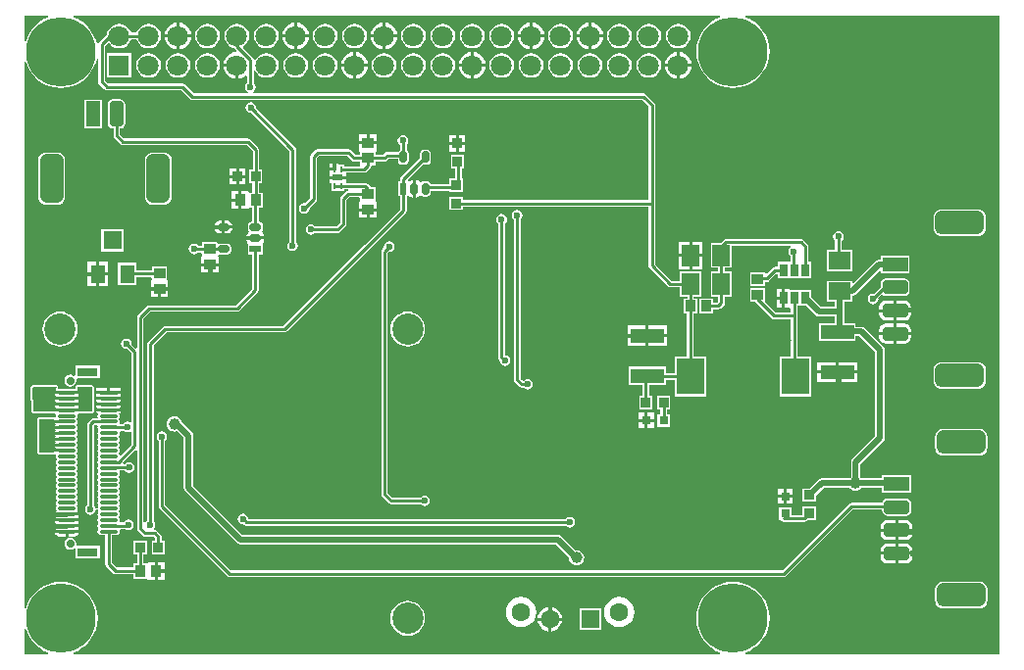
<source format=gtl>
G04*
G04 #@! TF.GenerationSoftware,Altium Limited,Altium Designer,18.1.6 (161)*
G04*
G04 Layer_Physical_Order=1*
G04 Layer_Color=255*
%FSLAX25Y25*%
%MOIN*%
G70*
G01*
G75*
%ADD15R,0.03150X0.03150*%
%ADD16R,0.03347X0.03347*%
%ADD17R,0.03347X0.03347*%
%ADD18R,0.03150X0.03150*%
%ADD19R,0.03937X0.03543*%
%ADD20R,0.02559X0.04331*%
G04:AMPARAMS|DCode=21|XSize=47.24mil|YSize=86.61mil|CornerRadius=11.81mil|HoleSize=0mil|Usage=FLASHONLY|Rotation=270.000|XOffset=0mil|YOffset=0mil|HoleType=Round|Shape=RoundedRectangle|*
%AMROUNDEDRECTD21*
21,1,0.04724,0.06299,0,0,270.0*
21,1,0.02362,0.08661,0,0,270.0*
1,1,0.02362,-0.03150,-0.01181*
1,1,0.02362,-0.03150,0.01181*
1,1,0.02362,0.03150,0.01181*
1,1,0.02362,0.03150,-0.01181*
%
%ADD21ROUNDEDRECTD21*%
%ADD22R,0.08661X0.04724*%
G04:AMPARAMS|DCode=23|XSize=78.74mil|YSize=165.35mil|CornerRadius=19.68mil|HoleSize=0mil|Usage=FLASHONLY|Rotation=270.000|XOffset=0mil|YOffset=0mil|HoleType=Round|Shape=RoundedRectangle|*
%AMROUNDEDRECTD23*
21,1,0.07874,0.12598,0,0,270.0*
21,1,0.03937,0.16535,0,0,270.0*
1,1,0.03937,-0.06299,-0.01968*
1,1,0.03937,-0.06299,0.01968*
1,1,0.03937,0.06299,0.01968*
1,1,0.03937,0.06299,-0.01968*
%
%ADD23ROUNDEDRECTD23*%
%ADD24R,0.07087X0.03150*%
%ADD25O,0.06299X0.01181*%
%ADD26R,0.06299X0.01181*%
%ADD27R,0.03937X0.02362*%
G04:AMPARAMS|DCode=28|XSize=23.62mil|YSize=39.37mil|CornerRadius=5.91mil|HoleSize=0mil|Usage=FLASHONLY|Rotation=270.000|XOffset=0mil|YOffset=0mil|HoleType=Round|Shape=RoundedRectangle|*
%AMROUNDEDRECTD28*
21,1,0.02362,0.02756,0,0,270.0*
21,1,0.01181,0.03937,0,0,270.0*
1,1,0.01181,-0.01378,-0.00591*
1,1,0.01181,-0.01378,0.00591*
1,1,0.01181,0.01378,0.00591*
1,1,0.01181,0.01378,-0.00591*
%
%ADD28ROUNDEDRECTD28*%
%ADD29R,0.09646X0.12205*%
%ADD30R,0.05906X0.07284*%
%ADD31R,0.11417X0.04921*%
%ADD32R,0.03543X0.03937*%
%ADD33R,0.07284X0.05906*%
G04:AMPARAMS|DCode=34|XSize=23.62mil|YSize=39.37mil|CornerRadius=5.91mil|HoleSize=0mil|Usage=FLASHONLY|Rotation=180.000|XOffset=0mil|YOffset=0mil|HoleType=Round|Shape=RoundedRectangle|*
%AMROUNDEDRECTD34*
21,1,0.02362,0.02756,0,0,180.0*
21,1,0.01181,0.03937,0,0,180.0*
1,1,0.01181,-0.00591,0.01378*
1,1,0.01181,0.00591,0.01378*
1,1,0.01181,0.00591,-0.01378*
1,1,0.01181,-0.00591,-0.01378*
%
%ADD34ROUNDEDRECTD34*%
%ADD35R,0.02362X0.03937*%
%ADD36R,0.05118X0.06299*%
%ADD37R,0.06299X0.06299*%
G04:AMPARAMS|DCode=38|XSize=47.24mil|YSize=86.61mil|CornerRadius=11.81mil|HoleSize=0mil|Usage=FLASHONLY|Rotation=0.000|XOffset=0mil|YOffset=0mil|HoleType=Round|Shape=RoundedRectangle|*
%AMROUNDEDRECTD38*
21,1,0.04724,0.06299,0,0,0.0*
21,1,0.02362,0.08661,0,0,0.0*
1,1,0.02362,0.01181,-0.03150*
1,1,0.02362,-0.01181,-0.03150*
1,1,0.02362,-0.01181,0.03150*
1,1,0.02362,0.01181,0.03150*
%
%ADD38ROUNDEDRECTD38*%
%ADD39R,0.04724X0.08661*%
G04:AMPARAMS|DCode=40|XSize=78.74mil|YSize=165.35mil|CornerRadius=19.68mil|HoleSize=0mil|Usage=FLASHONLY|Rotation=0.000|XOffset=0mil|YOffset=0mil|HoleType=Round|Shape=RoundedRectangle|*
%AMROUNDEDRECTD40*
21,1,0.07874,0.12598,0,0,0.0*
21,1,0.03937,0.16535,0,0,0.0*
1,1,0.03937,0.01968,-0.06299*
1,1,0.03937,-0.01968,-0.06299*
1,1,0.03937,-0.01968,0.06299*
1,1,0.03937,0.01968,0.06299*
%
%ADD40ROUNDEDRECTD40*%
%ADD41R,0.03386X0.01968*%
%ADD42R,0.00984X0.01968*%
%ADD80C,0.01000*%
%ADD81C,0.02000*%
%ADD82C,0.23622*%
%ADD83C,0.07087*%
%ADD84R,0.07087X0.07087*%
%ADD85C,0.06299*%
%ADD86C,0.02756*%
%ADD87C,0.10630*%
%ADD88C,0.02362*%
%ADD89C,0.03937*%
G36*
X-4410Y205062D02*
X-4310Y204562D01*
X-5652Y204006D01*
X-7318Y202985D01*
X-8803Y201716D01*
X-10072Y200231D01*
X-11092Y198565D01*
X-11840Y196760D01*
X-11943Y196330D01*
X-12444Y196389D01*
Y205062D01*
X-4410D01*
D02*
G37*
G36*
X223937Y205062D02*
X224036Y204562D01*
X222694Y204006D01*
X221029Y202985D01*
X219543Y201716D01*
X218275Y200231D01*
X217254Y198565D01*
X216506Y196760D01*
X216050Y194861D01*
X215897Y192913D01*
X216050Y190966D01*
X216506Y189066D01*
X217254Y187261D01*
X218275Y185596D01*
X219543Y184110D01*
X221029Y182842D01*
X222694Y181821D01*
X224499Y181073D01*
X226399Y180617D01*
X228346Y180464D01*
X230294Y180617D01*
X232193Y181073D01*
X233998Y181821D01*
X235664Y182842D01*
X237150Y184110D01*
X238418Y185596D01*
X239439Y187261D01*
X240187Y189066D01*
X240643Y190966D01*
X240796Y192913D01*
X240643Y194861D01*
X240187Y196760D01*
X239439Y198565D01*
X238418Y200231D01*
X237150Y201716D01*
X235664Y202985D01*
X233998Y204006D01*
X232657Y204562D01*
X232756Y205062D01*
X318939Y205062D01*
X318939Y-12148D01*
X232756Y-12148D01*
X232657Y-11648D01*
X233998Y-11092D01*
X235664Y-10072D01*
X237150Y-8803D01*
X238418Y-7318D01*
X239439Y-5652D01*
X240187Y-3847D01*
X240643Y-1947D01*
X240796Y0D01*
X240643Y1947D01*
X240187Y3847D01*
X239439Y5652D01*
X238418Y7318D01*
X237150Y8803D01*
X235664Y10072D01*
X233998Y11092D01*
X232193Y11840D01*
X230294Y12296D01*
X228346Y12449D01*
X226399Y12296D01*
X224499Y11840D01*
X222694Y11092D01*
X221029Y10072D01*
X219543Y8803D01*
X218275Y7318D01*
X217254Y5652D01*
X216506Y3847D01*
X216050Y1947D01*
X215897Y0D01*
X216050Y-1947D01*
X216506Y-3847D01*
X217254Y-5652D01*
X218275Y-7318D01*
X219543Y-8803D01*
X221029Y-10072D01*
X222694Y-11092D01*
X224036Y-11648D01*
X223937Y-12148D01*
X4410Y-12148D01*
X4310Y-11648D01*
X5652Y-11092D01*
X7318Y-10072D01*
X8803Y-8803D01*
X10072Y-7318D01*
X11092Y-5652D01*
X11840Y-3847D01*
X12296Y-1947D01*
X12449Y0D01*
X12296Y1947D01*
X11840Y3847D01*
X11092Y5652D01*
X10072Y7318D01*
X8803Y8803D01*
X7318Y10072D01*
X5652Y11092D01*
X3847Y11840D01*
X1947Y12296D01*
X0Y12449D01*
X-1947Y12296D01*
X-3847Y11840D01*
X-5652Y11092D01*
X-7318Y10072D01*
X-8803Y8803D01*
X-10072Y7318D01*
X-11092Y5652D01*
X-11840Y3847D01*
X-11943Y3416D01*
X-12444Y3475D01*
X-12444Y189438D01*
X-11943Y189497D01*
X-11840Y189066D01*
X-11092Y187261D01*
X-10072Y185596D01*
X-8803Y184110D01*
X-7318Y182842D01*
X-5652Y181821D01*
X-3847Y181073D01*
X-1947Y180617D01*
X0Y180464D01*
X1947Y180617D01*
X3847Y181073D01*
X5652Y181821D01*
X7318Y182842D01*
X8803Y184110D01*
X10072Y185596D01*
X11092Y187261D01*
X11840Y189066D01*
X12158Y190390D01*
X12658Y190331D01*
Y182612D01*
X12658Y182612D01*
X12743Y182183D01*
X12987Y181819D01*
X14758Y180047D01*
X14758Y180047D01*
X15122Y179804D01*
X15551Y179719D01*
X15551Y179719D01*
X40929D01*
X43881Y176766D01*
X43881Y176766D01*
X44245Y176523D01*
X44674Y176437D01*
X44674Y176437D01*
X197468D01*
X199666Y174240D01*
Y142338D01*
X136525D01*
Y143490D01*
X131979D01*
Y138943D01*
X136525D01*
Y140095D01*
X199666D01*
Y120079D01*
X199666Y120079D01*
X199751Y119650D01*
X199994Y119286D01*
X206294Y112987D01*
X206294Y112987D01*
X206657Y112743D01*
X207087Y112658D01*
X207087Y112658D01*
X210399D01*
Y109538D01*
X212830D01*
Y108868D01*
X211506D01*
Y103731D01*
X212756D01*
Y88986D01*
X208529D01*
Y83405D01*
X205521D01*
Y85639D01*
X192904D01*
Y79518D01*
X197591D01*
Y75616D01*
X196439D01*
Y71069D01*
X200986D01*
Y75616D01*
X199834D01*
Y79518D01*
X205521D01*
Y81162D01*
X208529D01*
Y75581D01*
X219374D01*
Y88986D01*
X215000D01*
Y103731D01*
X216250D01*
Y108868D01*
X215073D01*
Y109538D01*
X217504D01*
Y118021D01*
X210399D01*
Y114901D01*
X207551D01*
X201909Y120543D01*
Y141217D01*
Y174705D01*
X201909Y174705D01*
X201824Y175134D01*
X201581Y175498D01*
X201580Y175498D01*
X198726Y178352D01*
X198362Y178595D01*
X197933Y178681D01*
X197933Y178681D01*
X65441D01*
X65289Y179181D01*
X65654Y179425D01*
X66048Y180014D01*
X66186Y180709D01*
X66048Y181404D01*
X65654Y181993D01*
X65529Y182077D01*
Y186280D01*
X66029Y186379D01*
X66145Y186100D01*
X66809Y185234D01*
X67674Y184570D01*
X68682Y184152D01*
X69764Y184010D01*
X70845Y184152D01*
X71853Y184570D01*
X72719Y185234D01*
X73383Y186100D01*
X73800Y187107D01*
X73943Y188189D01*
X73800Y189271D01*
X73383Y190278D01*
X72719Y191144D01*
X71853Y191808D01*
X70845Y192226D01*
X69764Y192368D01*
X68682Y192226D01*
X67674Y191808D01*
X66809Y191144D01*
X66145Y190278D01*
X66029Y189998D01*
X65529Y190098D01*
Y190112D01*
X65443Y190542D01*
X65200Y190905D01*
X65200Y190905D01*
X61980Y194125D01*
X62074Y194739D01*
X62719Y195234D01*
X63383Y196099D01*
X63800Y197107D01*
X63943Y198189D01*
X63800Y199271D01*
X63383Y200278D01*
X62719Y201144D01*
X61853Y201808D01*
X60845Y202226D01*
X59764Y202368D01*
X58682Y202226D01*
X57674Y201808D01*
X56809Y201144D01*
X56145Y200278D01*
X55727Y199271D01*
X55585Y198189D01*
X55727Y197107D01*
X56145Y196099D01*
X56809Y195234D01*
X57674Y194570D01*
X58682Y194152D01*
X58859Y194129D01*
X58971Y193963D01*
X59670Y193263D01*
X59491Y192736D01*
X58578Y192615D01*
X57472Y192157D01*
X56524Y191429D01*
X55795Y190480D01*
X55337Y189375D01*
X55247Y188689D01*
X59764D01*
Y188189D01*
X60264D01*
Y183672D01*
X60950Y183763D01*
X62055Y184220D01*
X62786Y184781D01*
X63285Y184534D01*
Y182126D01*
X63086Y181993D01*
X62692Y181404D01*
X62554Y180709D01*
X62692Y180014D01*
X63086Y179425D01*
X63451Y179181D01*
X63299Y178681D01*
X45139D01*
X42186Y181633D01*
X41822Y181876D01*
X41393Y181962D01*
X41393Y181962D01*
X16016D01*
X14901Y183076D01*
Y194861D01*
X15786Y195746D01*
X16450Y195702D01*
X16809Y195234D01*
X17674Y194570D01*
X18682Y194152D01*
X19764Y194010D01*
X20845Y194152D01*
X21853Y194570D01*
X22719Y195234D01*
X23383Y196099D01*
X23784Y197067D01*
X25744D01*
X26145Y196099D01*
X26809Y195234D01*
X27674Y194570D01*
X28682Y194152D01*
X29764Y194010D01*
X30845Y194152D01*
X31853Y194570D01*
X32719Y195234D01*
X33383Y196099D01*
X33800Y197107D01*
X33943Y198189D01*
X33800Y199271D01*
X33383Y200278D01*
X32719Y201144D01*
X31853Y201808D01*
X30845Y202226D01*
X29764Y202368D01*
X28682Y202226D01*
X27674Y201808D01*
X26809Y201144D01*
X26145Y200278D01*
X25744Y199311D01*
X23784D01*
X23383Y200278D01*
X22719Y201144D01*
X21853Y201808D01*
X20845Y202226D01*
X19764Y202368D01*
X18682Y202226D01*
X17674Y201808D01*
X16809Y201144D01*
X16145Y200278D01*
X15727Y199271D01*
X15665Y198796D01*
X12987Y196118D01*
X12743Y195754D01*
X12206Y195617D01*
X12103Y195666D01*
X11840Y196760D01*
X11092Y198565D01*
X10072Y200231D01*
X8803Y201716D01*
X7318Y202985D01*
X5652Y204006D01*
X4310Y204562D01*
X4410Y205062D01*
X223937Y205062D01*
D02*
G37*
G36*
X-11840Y-3847D02*
X-11092Y-5652D01*
X-10072Y-7318D01*
X-8803Y-8803D01*
X-7318Y-10072D01*
X-5652Y-11092D01*
X-4310Y-11648D01*
X-4410Y-12148D01*
X-12444D01*
Y-3475D01*
X-11943Y-3416D01*
X-11840Y-3847D01*
D02*
G37*
%LPC*%
G36*
X180264Y202706D02*
Y198689D01*
X184281D01*
X184190Y199375D01*
X183732Y200480D01*
X183004Y201429D01*
X182055Y202157D01*
X180950Y202615D01*
X180264Y202706D01*
D02*
G37*
G36*
X179264D02*
X178578Y202615D01*
X177472Y202157D01*
X176523Y201429D01*
X175795Y200480D01*
X175337Y199375D01*
X175247Y198689D01*
X179264D01*
Y202706D01*
D02*
G37*
G36*
X160264D02*
Y198689D01*
X164280D01*
X164190Y199375D01*
X163732Y200480D01*
X163004Y201429D01*
X162055Y202157D01*
X160950Y202615D01*
X160264Y202706D01*
D02*
G37*
G36*
X159264D02*
X158578Y202615D01*
X157473Y202157D01*
X156524Y201429D01*
X155795Y200480D01*
X155337Y199375D01*
X155247Y198689D01*
X159264D01*
Y202706D01*
D02*
G37*
G36*
X110264D02*
Y198689D01*
X114280D01*
X114190Y199375D01*
X113732Y200480D01*
X113004Y201429D01*
X112055Y202157D01*
X110950Y202615D01*
X110264Y202706D01*
D02*
G37*
G36*
X109264D02*
X108578Y202615D01*
X107473Y202157D01*
X106524Y201429D01*
X105795Y200480D01*
X105337Y199375D01*
X105247Y198689D01*
X109264D01*
Y202706D01*
D02*
G37*
G36*
X80264D02*
Y198689D01*
X84281D01*
X84190Y199375D01*
X83732Y200480D01*
X83004Y201429D01*
X82055Y202157D01*
X80950Y202615D01*
X80264Y202706D01*
D02*
G37*
G36*
X79264D02*
X78578Y202615D01*
X77473Y202157D01*
X76524Y201429D01*
X75795Y200480D01*
X75337Y199375D01*
X75247Y198689D01*
X79264D01*
Y202706D01*
D02*
G37*
G36*
X40264D02*
Y198689D01*
X44280D01*
X44190Y199375D01*
X43732Y200480D01*
X43004Y201429D01*
X42055Y202157D01*
X40950Y202615D01*
X40264Y202706D01*
D02*
G37*
G36*
X39264D02*
X38578Y202615D01*
X37473Y202157D01*
X36524Y201429D01*
X35795Y200480D01*
X35337Y199375D01*
X35247Y198689D01*
X39264D01*
Y202706D01*
D02*
G37*
G36*
X209764Y202368D02*
X208682Y202226D01*
X207674Y201808D01*
X206809Y201144D01*
X206145Y200278D01*
X205727Y199271D01*
X205585Y198189D01*
X205727Y197107D01*
X206145Y196099D01*
X206809Y195234D01*
X207674Y194570D01*
X208682Y194152D01*
X209764Y194010D01*
X210845Y194152D01*
X211853Y194570D01*
X212719Y195234D01*
X213383Y196099D01*
X213800Y197107D01*
X213943Y198189D01*
X213800Y199271D01*
X213383Y200278D01*
X212719Y201144D01*
X211853Y201808D01*
X210845Y202226D01*
X209764Y202368D01*
D02*
G37*
G36*
X199764D02*
X198682Y202226D01*
X197674Y201808D01*
X196809Y201144D01*
X196145Y200278D01*
X195727Y199271D01*
X195585Y198189D01*
X195727Y197107D01*
X196145Y196099D01*
X196809Y195234D01*
X197674Y194570D01*
X198682Y194152D01*
X199764Y194010D01*
X200845Y194152D01*
X201853Y194570D01*
X202719Y195234D01*
X203383Y196099D01*
X203800Y197107D01*
X203943Y198189D01*
X203800Y199271D01*
X203383Y200278D01*
X202719Y201144D01*
X201853Y201808D01*
X200845Y202226D01*
X199764Y202368D01*
D02*
G37*
G36*
X189764D02*
X188682Y202226D01*
X187674Y201808D01*
X186809Y201144D01*
X186145Y200278D01*
X185727Y199271D01*
X185585Y198189D01*
X185727Y197107D01*
X186145Y196099D01*
X186809Y195234D01*
X187674Y194570D01*
X188682Y194152D01*
X189764Y194010D01*
X190845Y194152D01*
X191853Y194570D01*
X192719Y195234D01*
X193383Y196099D01*
X193800Y197107D01*
X193943Y198189D01*
X193800Y199271D01*
X193383Y200278D01*
X192719Y201144D01*
X191853Y201808D01*
X190845Y202226D01*
X189764Y202368D01*
D02*
G37*
G36*
X169764D02*
X168682Y202226D01*
X167674Y201808D01*
X166809Y201144D01*
X166145Y200278D01*
X165727Y199271D01*
X165585Y198189D01*
X165727Y197107D01*
X166145Y196099D01*
X166809Y195234D01*
X167674Y194570D01*
X168682Y194152D01*
X169764Y194010D01*
X170845Y194152D01*
X171853Y194570D01*
X172719Y195234D01*
X173383Y196099D01*
X173800Y197107D01*
X173943Y198189D01*
X173800Y199271D01*
X173383Y200278D01*
X172719Y201144D01*
X171853Y201808D01*
X170845Y202226D01*
X169764Y202368D01*
D02*
G37*
G36*
X149764D02*
X148682Y202226D01*
X147674Y201808D01*
X146809Y201144D01*
X146145Y200278D01*
X145727Y199271D01*
X145585Y198189D01*
X145727Y197107D01*
X146145Y196099D01*
X146809Y195234D01*
X147674Y194570D01*
X148682Y194152D01*
X149764Y194010D01*
X150845Y194152D01*
X151853Y194570D01*
X152719Y195234D01*
X153383Y196099D01*
X153800Y197107D01*
X153943Y198189D01*
X153800Y199271D01*
X153383Y200278D01*
X152719Y201144D01*
X151853Y201808D01*
X150845Y202226D01*
X149764Y202368D01*
D02*
G37*
G36*
X139764D02*
X138682Y202226D01*
X137674Y201808D01*
X136809Y201144D01*
X136145Y200278D01*
X135727Y199271D01*
X135585Y198189D01*
X135727Y197107D01*
X136145Y196099D01*
X136809Y195234D01*
X137674Y194570D01*
X138682Y194152D01*
X139764Y194010D01*
X140845Y194152D01*
X141853Y194570D01*
X142719Y195234D01*
X143383Y196099D01*
X143800Y197107D01*
X143943Y198189D01*
X143800Y199271D01*
X143383Y200278D01*
X142719Y201144D01*
X141853Y201808D01*
X140845Y202226D01*
X139764Y202368D01*
D02*
G37*
G36*
X129764D02*
X128682Y202226D01*
X127674Y201808D01*
X126809Y201144D01*
X126145Y200278D01*
X125727Y199271D01*
X125585Y198189D01*
X125727Y197107D01*
X126145Y196099D01*
X126809Y195234D01*
X127674Y194570D01*
X128682Y194152D01*
X129764Y194010D01*
X130845Y194152D01*
X131853Y194570D01*
X132719Y195234D01*
X133383Y196099D01*
X133800Y197107D01*
X133943Y198189D01*
X133800Y199271D01*
X133383Y200278D01*
X132719Y201144D01*
X131853Y201808D01*
X130845Y202226D01*
X129764Y202368D01*
D02*
G37*
G36*
X119764D02*
X118682Y202226D01*
X117674Y201808D01*
X116809Y201144D01*
X116145Y200278D01*
X115727Y199271D01*
X115585Y198189D01*
X115727Y197107D01*
X116145Y196099D01*
X116809Y195234D01*
X117674Y194570D01*
X118682Y194152D01*
X119764Y194010D01*
X120845Y194152D01*
X121853Y194570D01*
X122719Y195234D01*
X123383Y196099D01*
X123800Y197107D01*
X123943Y198189D01*
X123800Y199271D01*
X123383Y200278D01*
X122719Y201144D01*
X121853Y201808D01*
X120845Y202226D01*
X119764Y202368D01*
D02*
G37*
G36*
X99764D02*
X98682Y202226D01*
X97674Y201808D01*
X96809Y201144D01*
X96145Y200278D01*
X95727Y199271D01*
X95585Y198189D01*
X95727Y197107D01*
X96145Y196099D01*
X96809Y195234D01*
X97674Y194570D01*
X98682Y194152D01*
X99764Y194010D01*
X100845Y194152D01*
X101853Y194570D01*
X102719Y195234D01*
X103383Y196099D01*
X103800Y197107D01*
X103943Y198189D01*
X103800Y199271D01*
X103383Y200278D01*
X102719Y201144D01*
X101853Y201808D01*
X100845Y202226D01*
X99764Y202368D01*
D02*
G37*
G36*
X89764D02*
X88682Y202226D01*
X87674Y201808D01*
X86809Y201144D01*
X86145Y200278D01*
X85727Y199271D01*
X85585Y198189D01*
X85727Y197107D01*
X86145Y196099D01*
X86809Y195234D01*
X87674Y194570D01*
X88682Y194152D01*
X89764Y194010D01*
X90845Y194152D01*
X91853Y194570D01*
X92719Y195234D01*
X93383Y196099D01*
X93800Y197107D01*
X93943Y198189D01*
X93800Y199271D01*
X93383Y200278D01*
X92719Y201144D01*
X91853Y201808D01*
X90845Y202226D01*
X89764Y202368D01*
D02*
G37*
G36*
X69764D02*
X68682Y202226D01*
X67674Y201808D01*
X66809Y201144D01*
X66145Y200278D01*
X65727Y199271D01*
X65585Y198189D01*
X65727Y197107D01*
X66145Y196099D01*
X66809Y195234D01*
X67674Y194570D01*
X68682Y194152D01*
X69764Y194010D01*
X70845Y194152D01*
X71853Y194570D01*
X72719Y195234D01*
X73383Y196099D01*
X73800Y197107D01*
X73943Y198189D01*
X73800Y199271D01*
X73383Y200278D01*
X72719Y201144D01*
X71853Y201808D01*
X70845Y202226D01*
X69764Y202368D01*
D02*
G37*
G36*
X49764D02*
X48682Y202226D01*
X47674Y201808D01*
X46809Y201144D01*
X46145Y200278D01*
X45727Y199271D01*
X45585Y198189D01*
X45727Y197107D01*
X46145Y196099D01*
X46809Y195234D01*
X47674Y194570D01*
X48682Y194152D01*
X49764Y194010D01*
X50845Y194152D01*
X51853Y194570D01*
X52719Y195234D01*
X53383Y196099D01*
X53800Y197107D01*
X53943Y198189D01*
X53800Y199271D01*
X53383Y200278D01*
X52719Y201144D01*
X51853Y201808D01*
X50845Y202226D01*
X49764Y202368D01*
D02*
G37*
G36*
X184281Y197689D02*
X180264D01*
Y193672D01*
X180950Y193763D01*
X182055Y194220D01*
X183004Y194949D01*
X183732Y195898D01*
X184190Y197003D01*
X184281Y197689D01*
D02*
G37*
G36*
X179264D02*
X175247D01*
X175337Y197003D01*
X175795Y195898D01*
X176523Y194949D01*
X177472Y194220D01*
X178578Y193763D01*
X179264Y193672D01*
Y197689D01*
D02*
G37*
G36*
X164280D02*
X160264D01*
Y193672D01*
X160950Y193763D01*
X162055Y194220D01*
X163004Y194949D01*
X163732Y195898D01*
X164190Y197003D01*
X164280Y197689D01*
D02*
G37*
G36*
X159264D02*
X155247D01*
X155337Y197003D01*
X155795Y195898D01*
X156524Y194949D01*
X157473Y194220D01*
X158578Y193763D01*
X159264Y193672D01*
Y197689D01*
D02*
G37*
G36*
X114280D02*
X110264D01*
Y193672D01*
X110950Y193763D01*
X112055Y194220D01*
X113004Y194949D01*
X113732Y195898D01*
X114190Y197003D01*
X114280Y197689D01*
D02*
G37*
G36*
X109264D02*
X105247D01*
X105337Y197003D01*
X105795Y195898D01*
X106524Y194949D01*
X107473Y194220D01*
X108578Y193763D01*
X109264Y193672D01*
Y197689D01*
D02*
G37*
G36*
X84281D02*
X80264D01*
Y193672D01*
X80950Y193763D01*
X82055Y194220D01*
X83004Y194949D01*
X83732Y195898D01*
X84190Y197003D01*
X84281Y197689D01*
D02*
G37*
G36*
X79264D02*
X75247D01*
X75337Y197003D01*
X75795Y195898D01*
X76524Y194949D01*
X77473Y194220D01*
X78578Y193763D01*
X79264Y193672D01*
Y197689D01*
D02*
G37*
G36*
X44280D02*
X40264D01*
Y193672D01*
X40950Y193763D01*
X42055Y194220D01*
X43004Y194949D01*
X43732Y195898D01*
X44190Y197003D01*
X44280Y197689D01*
D02*
G37*
G36*
X39264D02*
X35247D01*
X35337Y197003D01*
X35795Y195898D01*
X36524Y194949D01*
X37473Y194220D01*
X38578Y193763D01*
X39264Y193672D01*
Y197689D01*
D02*
G37*
G36*
X210264Y192706D02*
Y188689D01*
X214281D01*
X214190Y189375D01*
X213732Y190480D01*
X213004Y191429D01*
X212055Y192157D01*
X210950Y192615D01*
X210264Y192706D01*
D02*
G37*
G36*
X209264D02*
X208578Y192615D01*
X207472Y192157D01*
X206523Y191429D01*
X205795Y190480D01*
X205337Y189375D01*
X205247Y188689D01*
X209264D01*
Y192706D01*
D02*
G37*
G36*
X140264D02*
Y188689D01*
X144281D01*
X144190Y189375D01*
X143732Y190480D01*
X143004Y191429D01*
X142055Y192157D01*
X140950Y192615D01*
X140264Y192706D01*
D02*
G37*
G36*
X139264D02*
X138578Y192615D01*
X137472Y192157D01*
X136523Y191429D01*
X135795Y190480D01*
X135337Y189375D01*
X135247Y188689D01*
X139264D01*
Y192706D01*
D02*
G37*
G36*
X100264D02*
Y188689D01*
X104280D01*
X104190Y189375D01*
X103732Y190480D01*
X103004Y191429D01*
X102055Y192157D01*
X100950Y192615D01*
X100264Y192706D01*
D02*
G37*
G36*
X99264D02*
X98578Y192615D01*
X97473Y192157D01*
X96523Y191429D01*
X95795Y190480D01*
X95337Y189375D01*
X95247Y188689D01*
X99264D01*
Y192706D01*
D02*
G37*
G36*
X23907Y192332D02*
X15620D01*
Y184046D01*
X23907D01*
Y192332D01*
D02*
G37*
G36*
X199764Y192368D02*
X198682Y192226D01*
X197674Y191808D01*
X196809Y191144D01*
X196145Y190278D01*
X195727Y189271D01*
X195585Y188189D01*
X195727Y187107D01*
X196145Y186100D01*
X196809Y185234D01*
X197674Y184570D01*
X198682Y184152D01*
X199764Y184010D01*
X200845Y184152D01*
X201853Y184570D01*
X202719Y185234D01*
X203383Y186100D01*
X203800Y187107D01*
X203943Y188189D01*
X203800Y189271D01*
X203383Y190278D01*
X202719Y191144D01*
X201853Y191808D01*
X200845Y192226D01*
X199764Y192368D01*
D02*
G37*
G36*
X189764D02*
X188682Y192226D01*
X187674Y191808D01*
X186809Y191144D01*
X186145Y190278D01*
X185727Y189271D01*
X185585Y188189D01*
X185727Y187107D01*
X186145Y186100D01*
X186809Y185234D01*
X187674Y184570D01*
X188682Y184152D01*
X189764Y184010D01*
X190845Y184152D01*
X191853Y184570D01*
X192719Y185234D01*
X193383Y186100D01*
X193800Y187107D01*
X193943Y188189D01*
X193800Y189271D01*
X193383Y190278D01*
X192719Y191144D01*
X191853Y191808D01*
X190845Y192226D01*
X189764Y192368D01*
D02*
G37*
G36*
X179764D02*
X178682Y192226D01*
X177674Y191808D01*
X176809Y191144D01*
X176145Y190278D01*
X175727Y189271D01*
X175585Y188189D01*
X175727Y187107D01*
X176145Y186100D01*
X176809Y185234D01*
X177674Y184570D01*
X178682Y184152D01*
X179764Y184010D01*
X180845Y184152D01*
X181853Y184570D01*
X182719Y185234D01*
X183383Y186100D01*
X183800Y187107D01*
X183943Y188189D01*
X183800Y189271D01*
X183383Y190278D01*
X182719Y191144D01*
X181853Y191808D01*
X180845Y192226D01*
X179764Y192368D01*
D02*
G37*
G36*
X169764D02*
X168682Y192226D01*
X167674Y191808D01*
X166809Y191144D01*
X166145Y190278D01*
X165727Y189271D01*
X165585Y188189D01*
X165727Y187107D01*
X166145Y186100D01*
X166809Y185234D01*
X167674Y184570D01*
X168682Y184152D01*
X169764Y184010D01*
X170845Y184152D01*
X171853Y184570D01*
X172719Y185234D01*
X173383Y186100D01*
X173800Y187107D01*
X173943Y188189D01*
X173800Y189271D01*
X173383Y190278D01*
X172719Y191144D01*
X171853Y191808D01*
X170845Y192226D01*
X169764Y192368D01*
D02*
G37*
G36*
X159764D02*
X158682Y192226D01*
X157674Y191808D01*
X156809Y191144D01*
X156145Y190278D01*
X155727Y189271D01*
X155585Y188189D01*
X155727Y187107D01*
X156145Y186100D01*
X156809Y185234D01*
X157674Y184570D01*
X158682Y184152D01*
X159764Y184010D01*
X160845Y184152D01*
X161853Y184570D01*
X162719Y185234D01*
X163383Y186100D01*
X163800Y187107D01*
X163943Y188189D01*
X163800Y189271D01*
X163383Y190278D01*
X162719Y191144D01*
X161853Y191808D01*
X160845Y192226D01*
X159764Y192368D01*
D02*
G37*
G36*
X149764D02*
X148682Y192226D01*
X147674Y191808D01*
X146809Y191144D01*
X146145Y190278D01*
X145727Y189271D01*
X145585Y188189D01*
X145727Y187107D01*
X146145Y186100D01*
X146809Y185234D01*
X147674Y184570D01*
X148682Y184152D01*
X149764Y184010D01*
X150845Y184152D01*
X151853Y184570D01*
X152719Y185234D01*
X153383Y186100D01*
X153800Y187107D01*
X153943Y188189D01*
X153800Y189271D01*
X153383Y190278D01*
X152719Y191144D01*
X151853Y191808D01*
X150845Y192226D01*
X149764Y192368D01*
D02*
G37*
G36*
X129764D02*
X128682Y192226D01*
X127674Y191808D01*
X126809Y191144D01*
X126145Y190278D01*
X125727Y189271D01*
X125585Y188189D01*
X125727Y187107D01*
X126145Y186100D01*
X126809Y185234D01*
X127674Y184570D01*
X128682Y184152D01*
X129764Y184010D01*
X130845Y184152D01*
X131853Y184570D01*
X132719Y185234D01*
X133383Y186100D01*
X133800Y187107D01*
X133943Y188189D01*
X133800Y189271D01*
X133383Y190278D01*
X132719Y191144D01*
X131853Y191808D01*
X130845Y192226D01*
X129764Y192368D01*
D02*
G37*
G36*
X119764D02*
X118682Y192226D01*
X117674Y191808D01*
X116809Y191144D01*
X116145Y190278D01*
X115727Y189271D01*
X115585Y188189D01*
X115727Y187107D01*
X116145Y186100D01*
X116809Y185234D01*
X117674Y184570D01*
X118682Y184152D01*
X119764Y184010D01*
X120845Y184152D01*
X121853Y184570D01*
X122719Y185234D01*
X123383Y186100D01*
X123800Y187107D01*
X123943Y188189D01*
X123800Y189271D01*
X123383Y190278D01*
X122719Y191144D01*
X121853Y191808D01*
X120845Y192226D01*
X119764Y192368D01*
D02*
G37*
G36*
X109764D02*
X108682Y192226D01*
X107674Y191808D01*
X106809Y191144D01*
X106145Y190278D01*
X105727Y189271D01*
X105585Y188189D01*
X105727Y187107D01*
X106145Y186100D01*
X106809Y185234D01*
X107674Y184570D01*
X108682Y184152D01*
X109764Y184010D01*
X110845Y184152D01*
X111853Y184570D01*
X112719Y185234D01*
X113383Y186100D01*
X113800Y187107D01*
X113943Y188189D01*
X113800Y189271D01*
X113383Y190278D01*
X112719Y191144D01*
X111853Y191808D01*
X110845Y192226D01*
X109764Y192368D01*
D02*
G37*
G36*
X89764D02*
X88682Y192226D01*
X87674Y191808D01*
X86809Y191144D01*
X86145Y190278D01*
X85727Y189271D01*
X85585Y188189D01*
X85727Y187107D01*
X86145Y186100D01*
X86809Y185234D01*
X87674Y184570D01*
X88682Y184152D01*
X89764Y184010D01*
X90845Y184152D01*
X91853Y184570D01*
X92719Y185234D01*
X93383Y186100D01*
X93800Y187107D01*
X93943Y188189D01*
X93800Y189271D01*
X93383Y190278D01*
X92719Y191144D01*
X91853Y191808D01*
X90845Y192226D01*
X89764Y192368D01*
D02*
G37*
G36*
X79764D02*
X78682Y192226D01*
X77674Y191808D01*
X76809Y191144D01*
X76145Y190278D01*
X75727Y189271D01*
X75585Y188189D01*
X75727Y187107D01*
X76145Y186100D01*
X76809Y185234D01*
X77674Y184570D01*
X78682Y184152D01*
X79764Y184010D01*
X80845Y184152D01*
X81853Y184570D01*
X82719Y185234D01*
X83383Y186100D01*
X83800Y187107D01*
X83943Y188189D01*
X83800Y189271D01*
X83383Y190278D01*
X82719Y191144D01*
X81853Y191808D01*
X80845Y192226D01*
X79764Y192368D01*
D02*
G37*
G36*
X49764D02*
X48682Y192226D01*
X47674Y191808D01*
X46809Y191144D01*
X46145Y190278D01*
X45727Y189271D01*
X45585Y188189D01*
X45727Y187107D01*
X46145Y186100D01*
X46809Y185234D01*
X47674Y184570D01*
X48682Y184152D01*
X49764Y184010D01*
X50845Y184152D01*
X51853Y184570D01*
X52719Y185234D01*
X53383Y186100D01*
X53800Y187107D01*
X53943Y188189D01*
X53800Y189271D01*
X53383Y190278D01*
X52719Y191144D01*
X51853Y191808D01*
X50845Y192226D01*
X49764Y192368D01*
D02*
G37*
G36*
X39764D02*
X38682Y192226D01*
X37674Y191808D01*
X36809Y191144D01*
X36145Y190278D01*
X35727Y189271D01*
X35585Y188189D01*
X35727Y187107D01*
X36145Y186100D01*
X36809Y185234D01*
X37674Y184570D01*
X38682Y184152D01*
X39764Y184010D01*
X40845Y184152D01*
X41853Y184570D01*
X42719Y185234D01*
X43383Y186100D01*
X43800Y187107D01*
X43943Y188189D01*
X43800Y189271D01*
X43383Y190278D01*
X42719Y191144D01*
X41853Y191808D01*
X40845Y192226D01*
X39764Y192368D01*
D02*
G37*
G36*
X29764D02*
X28682Y192226D01*
X27674Y191808D01*
X26809Y191144D01*
X26145Y190278D01*
X25727Y189271D01*
X25585Y188189D01*
X25727Y187107D01*
X26145Y186100D01*
X26809Y185234D01*
X27674Y184570D01*
X28682Y184152D01*
X29764Y184010D01*
X30845Y184152D01*
X31853Y184570D01*
X32719Y185234D01*
X33383Y186100D01*
X33800Y187107D01*
X33943Y188189D01*
X33800Y189271D01*
X33383Y190278D01*
X32719Y191144D01*
X31853Y191808D01*
X30845Y192226D01*
X29764Y192368D01*
D02*
G37*
G36*
X214281Y187689D02*
X210264D01*
Y183672D01*
X210950Y183763D01*
X212055Y184220D01*
X213004Y184949D01*
X213732Y185898D01*
X214190Y187003D01*
X214281Y187689D01*
D02*
G37*
G36*
X209264D02*
X205247D01*
X205337Y187003D01*
X205795Y185898D01*
X206523Y184949D01*
X207472Y184220D01*
X208578Y183763D01*
X209264Y183672D01*
Y187689D01*
D02*
G37*
G36*
X144281D02*
X140264D01*
Y183672D01*
X140950Y183763D01*
X142055Y184220D01*
X143004Y184949D01*
X143732Y185898D01*
X144190Y187003D01*
X144281Y187689D01*
D02*
G37*
G36*
X139264D02*
X135247D01*
X135337Y187003D01*
X135795Y185898D01*
X136523Y184949D01*
X137472Y184220D01*
X138578Y183763D01*
X139264Y183672D01*
Y187689D01*
D02*
G37*
G36*
X104280D02*
X100264D01*
Y183672D01*
X100950Y183763D01*
X102055Y184220D01*
X103004Y184949D01*
X103732Y185898D01*
X104190Y187003D01*
X104280Y187689D01*
D02*
G37*
G36*
X99264D02*
X95247D01*
X95337Y187003D01*
X95795Y185898D01*
X96523Y184949D01*
X97473Y184220D01*
X98578Y183763D01*
X99264Y183672D01*
Y187689D01*
D02*
G37*
G36*
X59264D02*
X55247D01*
X55337Y187003D01*
X55795Y185898D01*
X56524Y184949D01*
X57472Y184220D01*
X58578Y183763D01*
X59264Y183672D01*
Y187689D01*
D02*
G37*
G36*
X13986Y176584D02*
X8061D01*
Y166723D01*
X13986D01*
Y176584D01*
D02*
G37*
G36*
X107299Y164681D02*
X104831D01*
Y162409D01*
X107299D01*
Y164681D01*
D02*
G37*
G36*
X103831D02*
X101362D01*
Y162409D01*
X103831D01*
Y164681D01*
D02*
G37*
G36*
X137416Y164264D02*
X135243D01*
Y162090D01*
X137416D01*
Y164264D01*
D02*
G37*
G36*
X134243D02*
X132070D01*
Y162090D01*
X134243D01*
Y164264D01*
D02*
G37*
G36*
X137416Y161090D02*
X135243D01*
Y158917D01*
X137416D01*
Y161090D01*
D02*
G37*
G36*
X134243D02*
X132070D01*
Y158917D01*
X134243D01*
Y161090D01*
D02*
G37*
G36*
X116142Y164414D02*
X115447Y164276D01*
X114858Y163883D01*
X114464Y163293D01*
X114326Y162598D01*
X114464Y161904D01*
X114858Y161314D01*
X115217Y161074D01*
Y159443D01*
X114890Y159224D01*
X114627Y158831D01*
X114596Y158677D01*
X110823D01*
X110394Y158591D01*
X110030Y158348D01*
X110030Y158348D01*
X109398Y157716D01*
X107253D01*
X106899Y158070D01*
X106899Y158896D01*
X107299Y159138D01*
X107299Y159208D01*
X107299Y159208D01*
Y161409D01*
X104331D01*
X101362D01*
Y159208D01*
X101362Y159208D01*
Y159138D01*
X101762Y158896D01*
X101762Y158638D01*
Y157716D01*
X100071D01*
X98512Y159275D01*
X98148Y159518D01*
X97719Y159603D01*
X97719Y159603D01*
X87147D01*
X86718Y159518D01*
X86354Y159275D01*
X86354Y159275D01*
X85034Y157955D01*
X84791Y157591D01*
X84705Y157161D01*
X84705Y157161D01*
Y143059D01*
X82869Y141223D01*
X82677Y141261D01*
X81982Y141123D01*
X81393Y140729D01*
X80999Y140140D01*
X80861Y139445D01*
X80999Y138750D01*
X81393Y138161D01*
X81982Y137767D01*
X82677Y137629D01*
X83372Y137767D01*
X83961Y138161D01*
X84355Y138750D01*
X84493Y139445D01*
X84455Y139637D01*
X86620Y141801D01*
X86620Y141801D01*
X86863Y142165D01*
X86948Y142595D01*
X86948Y142595D01*
Y156697D01*
X87612Y157360D01*
X97254D01*
X98813Y155801D01*
X98813Y155801D01*
X99177Y155558D01*
X99606Y155473D01*
X101762D01*
Y154223D01*
X101391Y153913D01*
X96368D01*
Y154376D01*
X94406D01*
Y154776D01*
X93413D01*
Y152791D01*
X92913D01*
Y152291D01*
X91421D01*
Y151961D01*
X91402D01*
Y150476D01*
X94095D01*
X96787D01*
Y151670D01*
X103087D01*
X103087Y151670D01*
X103516Y151755D01*
X103880Y151998D01*
X105124Y153242D01*
X105124Y153242D01*
X105367Y153606D01*
X105452Y154035D01*
Y154223D01*
X106899D01*
Y155473D01*
X109862D01*
X109862Y155473D01*
X110291Y155558D01*
X110655Y155801D01*
X111287Y156434D01*
X114534D01*
Y155610D01*
X114627Y155146D01*
X114890Y154752D01*
X115284Y154489D01*
X115748Y154396D01*
X116929D01*
X117394Y154489D01*
X117788Y154752D01*
X118051Y155146D01*
X118143Y155610D01*
Y158366D01*
X118051Y158831D01*
X117788Y159224D01*
X117460Y159443D01*
Y161366D01*
X117819Y161904D01*
X117958Y162598D01*
X117819Y163293D01*
X117426Y163883D01*
X116837Y164276D01*
X116142Y164414D01*
D02*
G37*
G36*
X124409Y159580D02*
X123228D01*
X122764Y159488D01*
X122370Y159224D01*
X122107Y158831D01*
X122014Y158366D01*
Y156770D01*
X115545Y150301D01*
X115302Y149937D01*
X115217Y149508D01*
X115217Y149508D01*
Y148730D01*
X114558D01*
Y143593D01*
X115217D01*
Y139244D01*
X103123Y127150D01*
X103123Y127150D01*
X83635Y107662D01*
X75520Y99547D01*
X35433D01*
X35433Y99547D01*
X35004Y99461D01*
X34640Y99218D01*
X34640Y99218D01*
X29601Y94179D01*
X29357Y93815D01*
X29272Y93386D01*
X29272Y93386D01*
Y33375D01*
X28972Y33174D01*
X28590Y32603D01*
X28552Y32595D01*
X28090Y32695D01*
Y102094D01*
X30287Y104292D01*
X59842D01*
X59842Y104292D01*
X60272Y104377D01*
X60636Y104620D01*
X66836Y110821D01*
X66836Y110821D01*
X67080Y111185D01*
X67165Y111614D01*
X67165Y111614D01*
Y123900D01*
X68612D01*
Y127462D01*
X68612Y127462D01*
X68723Y127916D01*
X68919Y128210D01*
X69043Y128831D01*
Y128921D01*
X66043D01*
X63044D01*
Y128831D01*
X63167Y128210D01*
X63363Y127916D01*
X63475Y127462D01*
X63475Y127462D01*
X63475D01*
X63475Y127462D01*
Y123900D01*
X64922D01*
Y112079D01*
X59378Y106535D01*
X29823D01*
X29823Y106535D01*
X29394Y106450D01*
X29030Y106206D01*
X29030Y106206D01*
X26175Y103352D01*
X25932Y102988D01*
X25847Y102559D01*
X25847Y102559D01*
Y92096D01*
X25347Y91889D01*
X24022Y93214D01*
X24060Y93405D01*
X23922Y94100D01*
X23528Y94690D01*
X22939Y95083D01*
X22244Y95222D01*
X21549Y95083D01*
X20960Y94690D01*
X20566Y94100D01*
X20428Y93405D01*
X20566Y92711D01*
X20960Y92121D01*
X21549Y91728D01*
X22244Y91589D01*
X22436Y91628D01*
X23878Y90185D01*
Y67055D01*
X23491Y66848D01*
X23379Y66842D01*
X22719Y66974D01*
X22024Y66835D01*
X21435Y66442D01*
X21195Y66082D01*
X20122D01*
X19846Y66582D01*
X19915Y66929D01*
X19822Y67394D01*
X19559Y67787D01*
Y68039D01*
X19822Y68433D01*
X19915Y68898D01*
X19822Y69362D01*
X19665Y69597D01*
X19848Y69719D01*
X20199Y70245D01*
X20223Y70366D01*
X12060D01*
X12084Y70245D01*
X12436Y69719D01*
X12618Y69597D01*
X12461Y69362D01*
X12369Y68898D01*
X12438Y68551D01*
X12161Y68051D01*
X10931D01*
X10931Y68051D01*
X10502Y67965D01*
X10138Y67722D01*
X9246Y66830D01*
X9003Y66466D01*
X8918Y66037D01*
X8918Y66037D01*
Y38401D01*
X8755Y38292D01*
X8361Y37703D01*
X8223Y37008D01*
X8361Y36313D01*
X8755Y35724D01*
X9344Y35330D01*
X10039Y35192D01*
X10734Y35330D01*
X11323Y35724D01*
X11717Y36313D01*
X11855Y37008D01*
X11717Y37703D01*
X11323Y38292D01*
X11161Y38401D01*
Y65573D01*
X11396Y65807D01*
X12161D01*
X12438Y65307D01*
X12369Y64961D01*
X12461Y64496D01*
X12724Y64102D01*
Y63850D01*
X12461Y63457D01*
X12369Y62992D01*
X12461Y62528D01*
X12724Y62134D01*
Y61882D01*
X12461Y61488D01*
X12369Y61024D01*
X12461Y60559D01*
X12724Y60165D01*
Y59913D01*
X12461Y59520D01*
X12369Y59055D01*
X12461Y58591D01*
X12724Y58197D01*
Y57945D01*
X12461Y57551D01*
X12369Y57087D01*
X12461Y56622D01*
X12724Y56228D01*
Y55976D01*
X12461Y55583D01*
X12369Y55118D01*
X12461Y54654D01*
X12724Y54260D01*
Y54008D01*
X12461Y53614D01*
X12369Y53150D01*
X12461Y52685D01*
X12724Y52291D01*
Y52039D01*
X12461Y51646D01*
X12369Y51181D01*
X12461Y50717D01*
X12724Y50323D01*
Y50071D01*
X12461Y49677D01*
X12369Y49213D01*
X12461Y48748D01*
X12724Y48354D01*
Y48102D01*
X12461Y47709D01*
X12369Y47244D01*
X12461Y46780D01*
X12724Y46386D01*
Y46134D01*
X12461Y45740D01*
X12369Y45276D01*
X12461Y44811D01*
X12724Y44417D01*
Y44165D01*
X12461Y43772D01*
X12369Y43307D01*
X12461Y42843D01*
X12724Y42449D01*
Y42197D01*
X12461Y41803D01*
X12369Y41339D01*
X12461Y40874D01*
X12724Y40480D01*
Y40228D01*
X12461Y39835D01*
X12369Y39370D01*
X12461Y38906D01*
X12724Y38512D01*
Y38260D01*
X12461Y37866D01*
X12369Y37402D01*
X12461Y36937D01*
X12724Y36543D01*
Y36291D01*
X12461Y35898D01*
X12369Y35433D01*
X12461Y34969D01*
X12724Y34575D01*
Y34323D01*
X12461Y33929D01*
X12369Y33465D01*
X12461Y33000D01*
X12724Y32606D01*
Y32354D01*
X12461Y31961D01*
X12369Y31496D01*
X12461Y31032D01*
X12724Y30638D01*
Y30386D01*
X12461Y29992D01*
X12369Y29528D01*
X12461Y29063D01*
X12724Y28669D01*
X13118Y28406D01*
X13583Y28314D01*
X15020D01*
Y18504D01*
X15020Y18504D01*
X15105Y18075D01*
X15349Y17711D01*
X17711Y15349D01*
X18075Y15105D01*
X18504Y15020D01*
X18504Y15020D01*
X24695D01*
Y13573D01*
X29369Y13573D01*
X29610Y13173D01*
X29680Y13173D01*
X29680Y13173D01*
X31882D01*
Y16142D01*
Y19110D01*
X29680D01*
X29680Y19110D01*
X29610D01*
X29369Y18710D01*
X29110Y18710D01*
X28090D01*
Y21743D01*
X29242D01*
Y26289D01*
X24695D01*
Y21743D01*
X25847D01*
Y18710D01*
X24695D01*
Y17263D01*
X18969D01*
X17263Y18969D01*
Y28314D01*
X18701D01*
X19165Y28406D01*
X19559Y28669D01*
X19822Y29063D01*
X19915Y29528D01*
X19846Y29875D01*
X20122Y30375D01*
X21896D01*
X22140Y30212D01*
X22835Y30074D01*
X23530Y30212D01*
X24119Y30606D01*
X24512Y31195D01*
X24651Y31890D01*
X24512Y32585D01*
X24119Y33174D01*
X23530Y33568D01*
X22835Y33706D01*
X22140Y33568D01*
X21551Y33174D01*
X21179Y32618D01*
X20122D01*
X19846Y33118D01*
X19915Y33465D01*
X19822Y33929D01*
X19559Y34323D01*
Y34575D01*
X19822Y34969D01*
X19915Y35433D01*
X19822Y35898D01*
X19559Y36291D01*
Y36543D01*
X19822Y36937D01*
X19915Y37402D01*
X19822Y37866D01*
X19559Y38260D01*
Y38512D01*
X19822Y38906D01*
X19915Y39370D01*
X19822Y39835D01*
X19559Y40228D01*
Y40480D01*
X19822Y40874D01*
X19915Y41339D01*
X19822Y41803D01*
X19559Y42197D01*
Y42449D01*
X19822Y42843D01*
X19915Y43307D01*
X19822Y43772D01*
X19559Y44165D01*
Y44417D01*
X19822Y44811D01*
X19915Y45276D01*
X19822Y45740D01*
X19559Y46134D01*
Y46386D01*
X19822Y46780D01*
X19915Y47244D01*
X19822Y47709D01*
X19559Y48102D01*
Y48354D01*
X19822Y48748D01*
X19915Y49213D01*
X19822Y49677D01*
X19769Y49756D01*
X20037Y50256D01*
X21737D01*
X21846Y50094D01*
X22435Y49700D01*
X23130Y49562D01*
X23825Y49700D01*
X24414Y50094D01*
X24808Y50683D01*
X24946Y51378D01*
X24808Y52073D01*
X24414Y52662D01*
X23825Y53056D01*
X23130Y53194D01*
X22435Y53056D01*
X21846Y52662D01*
X21737Y52500D01*
X21149D01*
X20958Y52961D01*
X25347Y57351D01*
X25847Y57143D01*
Y30512D01*
X25847Y30512D01*
X25932Y30083D01*
X26175Y29719D01*
X27750Y28144D01*
X27750Y28144D01*
X28114Y27901D01*
X28543Y27815D01*
X28543Y27815D01*
X31425D01*
X31949Y27291D01*
Y26289D01*
X30798D01*
Y21743D01*
X35344D01*
Y26289D01*
X34192D01*
Y27756D01*
X34192Y27756D01*
X34107Y28185D01*
X33864Y28549D01*
X33864Y28549D01*
X32683Y29730D01*
X32319Y29973D01*
X31890Y30059D01*
X31890Y30059D01*
X31621D01*
X31470Y30559D01*
X31540Y30606D01*
X31934Y31195D01*
X32072Y31890D01*
X31934Y32585D01*
X31540Y33174D01*
X31515Y33190D01*
Y92921D01*
X35898Y97304D01*
X75984D01*
X75984Y97304D01*
X76414Y97389D01*
X76777Y97632D01*
X85221Y106076D01*
X104709Y125564D01*
X104709Y125564D01*
X104709Y125564D01*
X117132Y137987D01*
X117132Y137987D01*
X117375Y138350D01*
X117460Y138780D01*
Y143593D01*
X118120D01*
X118120Y143593D01*
X118574Y143482D01*
X118868Y143285D01*
X119488Y143162D01*
X119579D01*
Y146161D01*
Y149161D01*
X119488D01*
X118868Y149038D01*
X118574Y148841D01*
X118120Y148730D01*
X117950Y148855D01*
X117872Y149455D01*
X122882Y154465D01*
X123228Y154396D01*
X124409D01*
X124874Y154489D01*
X125268Y154752D01*
X125531Y155146D01*
X125623Y155610D01*
Y158366D01*
X125531Y158831D01*
X125268Y159224D01*
X124874Y159488D01*
X124409Y159580D01*
D02*
G37*
G36*
X92413Y154776D02*
X91421D01*
Y153291D01*
X92413D01*
Y154776D01*
D02*
G37*
G36*
X62713Y153067D02*
X60539D01*
Y150894D01*
X62713D01*
Y153067D01*
D02*
G37*
G36*
X59539D02*
X57366D01*
Y150894D01*
X59539D01*
Y153067D01*
D02*
G37*
G36*
X137016Y157761D02*
X132470D01*
Y153215D01*
X133918D01*
Y149592D01*
X131979D01*
Y147751D01*
X125581D01*
X125531Y148004D01*
X125268Y148398D01*
X124874Y148661D01*
X124409Y148753D01*
X123228D01*
X122764Y148661D01*
X122504Y148487D01*
X122370Y148398D01*
X121889Y148577D01*
X121816Y148686D01*
X121290Y149038D01*
X120669Y149161D01*
X120579D01*
Y146161D01*
Y143162D01*
X120669D01*
X121290Y143285D01*
X121816Y143637D01*
X121889Y143746D01*
X122370Y143925D01*
X122504Y143835D01*
X122764Y143662D01*
X123228Y143570D01*
X124409D01*
X124874Y143662D01*
X125268Y143925D01*
X125531Y144319D01*
X125623Y144783D01*
Y145508D01*
X131979D01*
Y145046D01*
X136525D01*
Y149592D01*
X136161D01*
Y153215D01*
X137016D01*
Y157761D01*
D02*
G37*
G36*
X62713Y149894D02*
X60539D01*
Y147721D01*
X62713D01*
Y149894D01*
D02*
G37*
G36*
X59539D02*
X57366D01*
Y147721D01*
X59539D01*
Y149894D01*
D02*
G37*
G36*
X20079Y176619D02*
X17717D01*
X17022Y176481D01*
X16432Y176087D01*
X16039Y175498D01*
X15901Y174803D01*
Y168504D01*
X16039Y167809D01*
X16432Y167220D01*
X17022Y166826D01*
X17717Y166688D01*
X17776D01*
Y164272D01*
X17776Y164272D01*
X17862Y163842D01*
X18105Y163479D01*
X20172Y161412D01*
X20172Y161412D01*
X20535Y161169D01*
X20965Y161083D01*
X63020D01*
X65119Y158984D01*
Y152667D01*
X63868D01*
Y148120D01*
X65020D01*
Y145245D01*
X64667Y144891D01*
X63840Y144891D01*
X63598Y145291D01*
X63529Y145291D01*
X63529Y145291D01*
X61327D01*
Y142323D01*
Y139354D01*
X63529D01*
X63529Y139354D01*
X63598D01*
X63840Y139754D01*
X64098Y139754D01*
X64922D01*
Y134966D01*
X64665D01*
X64201Y134873D01*
X63807Y134610D01*
X63544Y134216D01*
X63451Y133752D01*
Y132571D01*
X63544Y132106D01*
X63717Y131847D01*
X63807Y131712D01*
X63627Y131231D01*
X63519Y131158D01*
X63167Y130632D01*
X63044Y130012D01*
Y129921D01*
X66043D01*
X69043D01*
Y130012D01*
X68919Y130632D01*
X68568Y131158D01*
X68459Y131231D01*
X68280Y131712D01*
X68369Y131847D01*
X68543Y132106D01*
X68635Y132571D01*
Y133752D01*
X68543Y134216D01*
X68280Y134610D01*
X67886Y134873D01*
X67421Y134966D01*
X67165D01*
Y139754D01*
X68513D01*
Y144891D01*
X67263D01*
Y148120D01*
X68415D01*
Y152667D01*
X67362D01*
Y159449D01*
X67362Y159449D01*
X67276Y159878D01*
X67033Y160242D01*
X67033Y160242D01*
X64277Y162998D01*
X63914Y163241D01*
X63484Y163326D01*
X63484Y163326D01*
X21429D01*
X20019Y164736D01*
Y166688D01*
X20079D01*
X20774Y166826D01*
X21363Y167220D01*
X21757Y167809D01*
X21895Y168504D01*
Y174803D01*
X21757Y175498D01*
X21363Y176087D01*
X20774Y176481D01*
X20079Y176619D01*
D02*
G37*
G36*
X60327Y145291D02*
X58055D01*
Y142823D01*
X60327D01*
Y145291D01*
D02*
G37*
G36*
X35039Y158575D02*
X31102D01*
X30432Y158487D01*
X29807Y158228D01*
X29270Y157816D01*
X28859Y157280D01*
X28600Y156655D01*
X28512Y155984D01*
Y143386D01*
X28600Y142715D01*
X28859Y142090D01*
X29270Y141554D01*
X29807Y141142D01*
X30432Y140883D01*
X31102Y140795D01*
X35039D01*
X35710Y140883D01*
X36335Y141142D01*
X36871Y141554D01*
X37283Y142090D01*
X37542Y142715D01*
X37630Y143386D01*
Y155984D01*
X37542Y156655D01*
X37283Y157280D01*
X36871Y157816D01*
X36335Y158228D01*
X35710Y158487D01*
X35039Y158575D01*
D02*
G37*
G36*
X-1181D02*
X-5118D01*
X-5789Y158487D01*
X-6414Y158228D01*
X-6950Y157816D01*
X-7362Y157280D01*
X-7621Y156655D01*
X-7709Y155984D01*
Y143386D01*
X-7621Y142715D01*
X-7362Y142090D01*
X-6950Y141554D01*
X-6414Y141142D01*
X-5789Y140883D01*
X-5118Y140795D01*
X-1181D01*
X-511Y140883D01*
X114Y141142D01*
X651Y141554D01*
X1063Y142090D01*
X1321Y142715D01*
X1410Y143386D01*
Y155984D01*
X1321Y156655D01*
X1063Y157280D01*
X651Y157816D01*
X114Y158228D01*
X-511Y158487D01*
X-1181Y158575D01*
D02*
G37*
G36*
X96787Y149476D02*
X94095D01*
X91402D01*
Y147992D01*
X91821D01*
Y147270D01*
X91792Y147122D01*
X91821Y146974D01*
Y145538D01*
X94006D01*
Y145538D01*
X94183D01*
Y145538D01*
X96368D01*
Y146001D01*
X97436D01*
X97485Y145501D01*
X97110Y145426D01*
X96746Y145183D01*
X95171Y143608D01*
X94928Y143244D01*
X94843Y142815D01*
X94843Y142815D01*
Y134716D01*
X93532Y133405D01*
X86432D01*
X86323Y133568D01*
X85734Y133961D01*
X85039Y134099D01*
X84344Y133961D01*
X83755Y133568D01*
X83362Y132978D01*
X83223Y132283D01*
X83362Y131588D01*
X83755Y130999D01*
X84344Y130606D01*
X85039Y130467D01*
X85734Y130606D01*
X86323Y130999D01*
X86432Y131162D01*
X93996D01*
X93996Y131162D01*
X94425Y131247D01*
X94789Y131490D01*
X96758Y133459D01*
X96758Y133459D01*
X97001Y133823D01*
X97086Y134252D01*
Y142350D01*
X98004Y143268D01*
X101409D01*
X101762Y142915D01*
X101762Y142088D01*
X101362Y141847D01*
X101362Y141777D01*
X101362Y141777D01*
Y139575D01*
X107299D01*
Y141777D01*
X107299Y141777D01*
Y141847D01*
X106899Y142088D01*
X106899Y142347D01*
Y146761D01*
X105253D01*
X105124Y146955D01*
X105124Y146955D01*
X104163Y147915D01*
X103799Y148158D01*
X103370Y148244D01*
X103370Y148244D01*
X96787D01*
Y149476D01*
D02*
G37*
G36*
X60327Y141823D02*
X58055D01*
Y139354D01*
X60327D01*
Y141823D01*
D02*
G37*
G36*
X107299Y138575D02*
X104831D01*
Y136303D01*
X107299D01*
Y138575D01*
D02*
G37*
G36*
X103831D02*
X101362D01*
Y136303D01*
X103831D01*
Y138575D01*
D02*
G37*
G36*
X56595Y135374D02*
X55717D01*
Y133661D01*
X58216D01*
Y133752D01*
X58093Y134373D01*
X57741Y134899D01*
X57215Y135250D01*
X56595Y135374D01*
D02*
G37*
G36*
X54716D02*
X53839D01*
X53218Y135250D01*
X52692Y134899D01*
X52340Y134373D01*
X52217Y133752D01*
Y133661D01*
X54716D01*
Y135374D01*
D02*
G37*
G36*
X58216Y132661D02*
X55717D01*
Y130949D01*
X56595D01*
X57215Y131073D01*
X57741Y131424D01*
X58093Y131950D01*
X58216Y132571D01*
Y132661D01*
D02*
G37*
G36*
X54716D02*
X52217D01*
Y132571D01*
X52340Y131950D01*
X52692Y131424D01*
X53218Y131073D01*
X53839Y130949D01*
X54716D01*
Y132661D01*
D02*
G37*
G36*
X311732Y139205D02*
X299134D01*
X298463Y139117D01*
X297838Y138858D01*
X297302Y138446D01*
X296890Y137909D01*
X296632Y137285D01*
X296543Y136614D01*
Y132677D01*
X296632Y132007D01*
X296890Y131382D01*
X297302Y130845D01*
X297838Y130434D01*
X298463Y130175D01*
X299134Y130087D01*
X311732D01*
X312403Y130175D01*
X313028Y130434D01*
X313564Y130845D01*
X313976Y131382D01*
X314235Y132007D01*
X314323Y132677D01*
Y136614D01*
X314235Y137285D01*
X313976Y137909D01*
X313564Y138446D01*
X313028Y138858D01*
X312403Y139117D01*
X311732Y139205D01*
D02*
G37*
G36*
X53061Y128053D02*
X47924D01*
Y126803D01*
X46570D01*
X46461Y126965D01*
X45872Y127359D01*
X45177Y127497D01*
X44482Y127359D01*
X43893Y126965D01*
X43499Y126376D01*
X43361Y125681D01*
X43499Y124986D01*
X43893Y124397D01*
X44482Y124003D01*
X45177Y123865D01*
X45872Y124003D01*
X46461Y124397D01*
X46570Y124559D01*
X47570D01*
X47924Y124206D01*
X47924Y123379D01*
X47524Y123138D01*
X47524Y123068D01*
X47524Y123068D01*
Y120866D01*
X53461D01*
Y123068D01*
X53461Y123068D01*
Y123138D01*
X53342Y123209D01*
X53341Y123523D01*
X53803Y123884D01*
X53839Y123877D01*
X56595D01*
X57059Y123969D01*
X57453Y124232D01*
X57716Y124626D01*
X57808Y125091D01*
Y126272D01*
X57716Y126736D01*
X57453Y127130D01*
X57059Y127393D01*
X56595Y127486D01*
X53839D01*
X53561Y127430D01*
X53061Y127739D01*
Y128053D01*
D02*
G37*
G36*
X64468Y175635D02*
X63774Y175497D01*
X63184Y175103D01*
X62791Y174514D01*
X62652Y173819D01*
X62791Y173124D01*
X63184Y172535D01*
X63774Y172141D01*
X64468Y172003D01*
X64660Y172041D01*
X77619Y159083D01*
Y128164D01*
X77456Y128056D01*
X77062Y127467D01*
X76924Y126772D01*
X77062Y126077D01*
X77456Y125488D01*
X78045Y125094D01*
X78740Y124956D01*
X79435Y125094D01*
X80024Y125488D01*
X80418Y126077D01*
X80556Y126772D01*
X80418Y127467D01*
X80024Y128056D01*
X79862Y128164D01*
Y159547D01*
X79862Y159547D01*
X79776Y159976D01*
X79533Y160340D01*
X79533Y160340D01*
X66246Y173627D01*
X66285Y173819D01*
X66146Y174514D01*
X65753Y175103D01*
X65163Y175497D01*
X64468Y175635D01*
D02*
G37*
G36*
X21191Y132384D02*
X13691D01*
Y124884D01*
X21191D01*
Y132384D01*
D02*
G37*
G36*
X111516Y128292D02*
X110821Y128154D01*
X110232Y127761D01*
X109838Y127171D01*
X109700Y126476D01*
X109738Y126285D01*
X109148Y125695D01*
X108905Y125331D01*
X108819Y124902D01*
X108819Y124901D01*
Y42224D01*
X108819Y42224D01*
X108905Y41795D01*
X109148Y41431D01*
X111412Y39168D01*
X111412Y39168D01*
X111776Y38925D01*
X112205Y38839D01*
X112205Y38839D01*
X122182D01*
X122291Y38677D01*
X122880Y38283D01*
X123575Y38145D01*
X124270Y38283D01*
X124859Y38677D01*
X125253Y39266D01*
X125391Y39961D01*
X125253Y40656D01*
X124859Y41245D01*
X124270Y41638D01*
X123575Y41777D01*
X122880Y41638D01*
X122291Y41245D01*
X122182Y41082D01*
X112669D01*
X111063Y42689D01*
Y124318D01*
X111466Y124670D01*
X111516Y124660D01*
X112211Y124799D01*
X112800Y125192D01*
X113194Y125781D01*
X113332Y126476D01*
X113194Y127171D01*
X112800Y127761D01*
X112211Y128154D01*
X111516Y128292D01*
D02*
G37*
G36*
X217904Y128161D02*
X214452D01*
Y124019D01*
X217904D01*
Y128161D01*
D02*
G37*
G36*
X213452D02*
X209999D01*
Y124019D01*
X213452D01*
Y128161D01*
D02*
G37*
G36*
X251575Y129074D02*
X251575Y129074D01*
X225959D01*
X225530Y128989D01*
X225166Y128746D01*
X225166Y128746D01*
X224181Y127761D01*
X220832D01*
Y119277D01*
X223288D01*
Y118021D01*
X220832D01*
Y109538D01*
X223288D01*
Y107748D01*
X222961Y107421D01*
X221565D01*
Y108868D01*
X216821D01*
Y103731D01*
X221565D01*
Y105178D01*
X223425D01*
X223425Y105178D01*
X223854Y105263D01*
X224218Y105506D01*
X225202Y106490D01*
X225202Y106490D01*
X225446Y106854D01*
X225531Y107283D01*
Y109538D01*
X227937D01*
Y118021D01*
X225531D01*
Y119277D01*
X227937D01*
Y126831D01*
X247945D01*
X248097Y126331D01*
X247732Y126087D01*
X247338Y125498D01*
X247200Y124803D01*
X247338Y124108D01*
X247732Y123519D01*
X247894Y123410D01*
Y121269D01*
X243593D01*
Y119625D01*
X242724D01*
X242724Y119625D01*
X242295Y119540D01*
X241931Y119297D01*
X241931Y119297D01*
X239778Y117144D01*
X239278Y117351D01*
Y117824D01*
X234141D01*
Y113081D01*
X239278D01*
Y114497D01*
X239839D01*
X239839Y114497D01*
X240268Y114582D01*
X240632Y114825D01*
X243093Y117286D01*
X243593Y117150D01*
Y115739D01*
X254832D01*
Y121269D01*
X254074D01*
Y126575D01*
X254074Y126575D01*
X253989Y127004D01*
X253746Y127368D01*
X253746Y127368D01*
X252368Y128746D01*
X252004Y128989D01*
X251575Y129074D01*
D02*
G37*
G36*
X217904Y123019D02*
X214452D01*
Y118877D01*
X217904D01*
Y123019D01*
D02*
G37*
G36*
X213452D02*
X209999D01*
Y118877D01*
X213452D01*
Y123019D01*
D02*
G37*
G36*
X264173Y131737D02*
X263478Y131599D01*
X262889Y131205D01*
X262495Y130616D01*
X262357Y129921D01*
X262495Y129226D01*
X262889Y128637D01*
X263052Y128528D01*
Y125305D01*
X260325D01*
Y118199D01*
X268809D01*
Y125305D01*
X265295D01*
Y128528D01*
X265457Y128637D01*
X265851Y129226D01*
X265989Y129921D01*
X265851Y130616D01*
X265457Y131205D01*
X264868Y131599D01*
X264173Y131737D01*
D02*
G37*
G36*
X16000Y121366D02*
X12941D01*
Y117717D01*
X16000D01*
Y121366D01*
D02*
G37*
G36*
X11941D02*
X8882D01*
Y117717D01*
X11941D01*
Y121366D01*
D02*
G37*
G36*
X53461Y119866D02*
X50992D01*
Y117595D01*
X53461D01*
Y119866D01*
D02*
G37*
G36*
X49992D02*
X47524D01*
Y117595D01*
X49992D01*
Y119866D01*
D02*
G37*
G36*
X288395Y123435D02*
X278534D01*
Y122005D01*
X277854D01*
X277230Y121881D01*
X276701Y121528D01*
X269271Y114097D01*
X268809Y114289D01*
Y114872D01*
X260325D01*
Y107766D01*
X262936D01*
Y106041D01*
X258274D01*
X254865Y109450D01*
X254832Y109472D01*
Y111820D01*
X247752D01*
Y112221D01*
X245972D01*
Y109055D01*
Y105890D01*
X247752D01*
X248091Y105530D01*
Y104074D01*
X242787D01*
X239917Y106944D01*
X239769Y107166D01*
X239546Y107389D01*
X239278Y107766D01*
X239278D01*
X239278Y107766D01*
Y112509D01*
X234141D01*
Y107766D01*
X235997D01*
X238035Y105728D01*
X238183Y105506D01*
X241530Y102160D01*
X241530Y102160D01*
X241894Y101917D01*
X242323Y101831D01*
X242323Y101831D01*
X248091D01*
Y94885D01*
X248133Y94675D01*
X248091Y94464D01*
Y88986D01*
X244159D01*
Y75581D01*
X255004D01*
Y88986D01*
X250334D01*
Y94464D01*
X250292Y94675D01*
X250334Y94885D01*
Y103150D01*
Y106290D01*
X253411D01*
X256089Y103612D01*
X256327Y103256D01*
X256856Y102902D01*
X257480Y102778D01*
X262936D01*
Y100403D01*
X257471D01*
Y94282D01*
X270088D01*
Y95982D01*
X271396D01*
X276715Y90663D01*
Y62191D01*
X268925Y54402D01*
X268572Y53872D01*
X268447Y53248D01*
Y48049D01*
X268247Y47895D01*
X268093Y47694D01*
X258501D01*
X257877Y47570D01*
X257348Y47216D01*
X254333Y44202D01*
X252094D01*
Y39656D01*
X256641D01*
Y41895D01*
X259177Y44432D01*
X268093D01*
X268247Y44231D01*
X268783Y43819D01*
X269408Y43561D01*
X270079Y43472D01*
X270749Y43561D01*
X271374Y43819D01*
X271911Y44231D01*
X272064Y44432D01*
X279026D01*
Y42805D01*
X288887D01*
Y48730D01*
X279026D01*
Y47694D01*
X272064D01*
X271911Y47895D01*
X271710Y48049D01*
Y52572D01*
X279500Y60362D01*
X279854Y60891D01*
X279978Y61516D01*
Y91339D01*
X279854Y91963D01*
X279500Y92492D01*
X273225Y98767D01*
X272696Y99121D01*
X272071Y99245D01*
X270088D01*
Y100403D01*
X266198D01*
Y104724D01*
Y107766D01*
X268809D01*
Y109689D01*
X269424Y109812D01*
X269953Y110165D01*
X278034Y118246D01*
X278534Y118039D01*
Y117510D01*
X288395D01*
Y123435D01*
D02*
G37*
G36*
X16000Y116717D02*
X12941D01*
Y113067D01*
X16000D01*
Y116717D01*
D02*
G37*
G36*
X11941D02*
X8882D01*
Y113067D01*
X11941D01*
Y116717D01*
D02*
G37*
G36*
X25600Y120966D02*
X19282D01*
Y113467D01*
X25600D01*
Y116193D01*
X30542D01*
X30896Y115840D01*
X30896Y115210D01*
X30496Y114969D01*
X30496Y114899D01*
X30496Y114899D01*
Y112697D01*
X33465D01*
X36433D01*
Y114899D01*
X36433Y114899D01*
Y114969D01*
X36033Y115210D01*
X36033Y115469D01*
Y119884D01*
X30896D01*
Y118437D01*
X25600D01*
Y120966D01*
D02*
G37*
G36*
X286614Y115595D02*
X280315D01*
X279620Y115457D01*
X279031Y115064D01*
X278637Y114474D01*
X278499Y113779D01*
Y112836D01*
X276176Y110513D01*
X275984Y110551D01*
X275289Y110413D01*
X274700Y110019D01*
X274307Y109430D01*
X274168Y108735D01*
X274307Y108040D01*
X274700Y107451D01*
X275289Y107057D01*
X275984Y106919D01*
X276679Y107057D01*
X277268Y107451D01*
X277662Y108040D01*
X277800Y108735D01*
X277762Y108927D01*
X278974Y110139D01*
X279031Y110133D01*
X279620Y109740D01*
X280315Y109601D01*
X286614D01*
X287309Y109740D01*
X287898Y110133D01*
X288292Y110722D01*
X288430Y111417D01*
Y113779D01*
X288292Y114474D01*
X287898Y115064D01*
X287309Y115457D01*
X286614Y115595D01*
D02*
G37*
G36*
X244972Y112221D02*
X243193D01*
Y109555D01*
X244972D01*
Y112221D01*
D02*
G37*
G36*
X36433Y111697D02*
X33965D01*
Y109425D01*
X36433D01*
Y111697D01*
D02*
G37*
G36*
X32965D02*
X30496D01*
Y109425D01*
X32965D01*
Y111697D01*
D02*
G37*
G36*
X244972Y108555D02*
X243193D01*
Y105890D01*
X244972D01*
Y108555D01*
D02*
G37*
G36*
X286614Y108129D02*
X283965D01*
Y105224D01*
X288838D01*
Y105905D01*
X288669Y106756D01*
X288187Y107478D01*
X287465Y107960D01*
X286614Y108129D01*
D02*
G37*
G36*
X282965D02*
X280315D01*
X279464Y107960D01*
X278743Y107478D01*
X278260Y106756D01*
X278091Y105905D01*
Y105224D01*
X282965D01*
Y108129D01*
D02*
G37*
G36*
X288838Y104224D02*
X283965D01*
Y101320D01*
X286614D01*
X287465Y101489D01*
X288187Y101971D01*
X288669Y102692D01*
X288838Y103543D01*
Y104224D01*
D02*
G37*
G36*
X282965D02*
X278091D01*
Y103543D01*
X278260Y102692D01*
X278743Y101971D01*
X279464Y101489D01*
X280315Y101320D01*
X282965D01*
Y104224D01*
D02*
G37*
G36*
X286614Y100255D02*
X283965D01*
Y97350D01*
X288838D01*
Y98032D01*
X288669Y98883D01*
X288187Y99604D01*
X287465Y100086D01*
X286614Y100255D01*
D02*
G37*
G36*
X282965D02*
X280315D01*
X279464Y100086D01*
X278743Y99604D01*
X278260Y98883D01*
X278091Y98032D01*
Y97350D01*
X282965D01*
Y100255D01*
D02*
G37*
G36*
X205921Y99622D02*
X199713D01*
Y96661D01*
X205921D01*
Y99622D01*
D02*
G37*
G36*
X198713D02*
X192504D01*
Y96661D01*
X198713D01*
Y99622D01*
D02*
G37*
G36*
X288838Y96350D02*
X283965D01*
Y93445D01*
X286614D01*
X287465Y93615D01*
X288187Y94097D01*
X288669Y94818D01*
X288838Y95669D01*
Y96350D01*
D02*
G37*
G36*
X282965D02*
X278091D01*
Y95669D01*
X278260Y94818D01*
X278743Y94097D01*
X279464Y93615D01*
X280315Y93445D01*
X282965D01*
Y96350D01*
D02*
G37*
G36*
X205921Y95661D02*
X199713D01*
Y92701D01*
X205921D01*
Y95661D01*
D02*
G37*
G36*
X198713D02*
X192504D01*
Y92701D01*
X198713D01*
Y95661D01*
D02*
G37*
G36*
X117815Y104369D02*
X116655Y104255D01*
X115541Y103916D01*
X114513Y103367D01*
X113612Y102628D01*
X112873Y101727D01*
X112324Y100700D01*
X111986Y99585D01*
X111871Y98425D01*
X111986Y97266D01*
X112324Y96151D01*
X112873Y95123D01*
X113612Y94222D01*
X114513Y93483D01*
X115541Y92934D01*
X116655Y92596D01*
X117815Y92482D01*
X118974Y92596D01*
X120089Y92934D01*
X121117Y93483D01*
X122018Y94222D01*
X122757Y95123D01*
X123306Y96151D01*
X123644Y97266D01*
X123758Y98425D01*
X123644Y99585D01*
X123306Y100700D01*
X122757Y101727D01*
X122018Y102628D01*
X121117Y103367D01*
X120089Y103916D01*
X118974Y104255D01*
X117815Y104369D01*
D02*
G37*
G36*
X-295D02*
X-1455Y104255D01*
X-2570Y103916D01*
X-3597Y103367D01*
X-4498Y102628D01*
X-5237Y101727D01*
X-5786Y100700D01*
X-6125Y99585D01*
X-6239Y98425D01*
X-6125Y97266D01*
X-5786Y96151D01*
X-5237Y95123D01*
X-4498Y94222D01*
X-3597Y93483D01*
X-2570Y92934D01*
X-1455Y92596D01*
X-295Y92482D01*
X864Y92596D01*
X1979Y92934D01*
X3007Y93483D01*
X3907Y94222D01*
X4647Y95123D01*
X5196Y96151D01*
X5534Y97266D01*
X5648Y98425D01*
X5534Y99585D01*
X5196Y100700D01*
X4647Y101727D01*
X3907Y102628D01*
X3007Y103367D01*
X1979Y103916D01*
X864Y104255D01*
X-295Y104369D01*
D02*
G37*
G36*
X149764Y137643D02*
X149069Y137504D01*
X148480Y137111D01*
X148086Y136522D01*
X147948Y135827D01*
X148086Y135132D01*
X148480Y134543D01*
X148642Y134434D01*
Y88819D01*
X148642Y88819D01*
X148728Y88390D01*
X148971Y88026D01*
X149108Y87889D01*
X149070Y87697D01*
X149208Y87002D01*
X149602Y86413D01*
X150191Y86019D01*
X150886Y85881D01*
X151581Y86019D01*
X152170Y86413D01*
X152564Y87002D01*
X152702Y87697D01*
X152564Y88392D01*
X152170Y88981D01*
X151581Y89375D01*
X150886Y89513D01*
X150885Y89513D01*
Y134434D01*
X151048Y134543D01*
X151442Y135132D01*
X151580Y135827D01*
X151442Y136522D01*
X151048Y137111D01*
X150459Y137504D01*
X149764Y137643D01*
D02*
G37*
G36*
X270488Y87221D02*
X264280D01*
Y84260D01*
X270488D01*
Y87221D01*
D02*
G37*
G36*
X263280D02*
X257071D01*
Y84260D01*
X263280D01*
Y87221D01*
D02*
G37*
G36*
X13198Y86033D02*
X4912D01*
Y82660D01*
X4412Y82441D01*
X3921Y82769D01*
X3150Y82922D01*
X2378Y82769D01*
X1724Y82332D01*
X1286Y81677D01*
X1133Y80905D01*
X1286Y80134D01*
X1724Y79479D01*
X2378Y79042D01*
X3150Y78889D01*
X3921Y79042D01*
X4576Y79479D01*
X5013Y80134D01*
X5166Y80905D01*
X5111Y81183D01*
X5521Y81683D01*
X13198D01*
Y86033D01*
D02*
G37*
G36*
X270488Y83260D02*
X264280D01*
Y80299D01*
X270488D01*
Y83260D01*
D02*
G37*
G36*
X263280D02*
X257071D01*
Y80299D01*
X263280D01*
Y83260D01*
D02*
G37*
G36*
X10630Y79390D02*
X5519D01*
X5466Y79368D01*
X5410Y79380D01*
X5243Y79275D01*
X5060Y79199D01*
X5038Y79146D01*
X4989Y79116D01*
X4931Y79034D01*
X4930Y79030D01*
X4927Y79027D01*
X4875Y78788D01*
X4820Y78549D01*
X4823Y78545D01*
X4822Y78541D01*
X4842Y78433D01*
X4682Y78205D01*
X4415Y77985D01*
X-478D01*
X-745Y78205D01*
X-905Y78433D01*
X-885Y78541D01*
X-886Y78545D01*
X-883Y78549D01*
X-938Y78788D01*
X-990Y79027D01*
X-993Y79030D01*
X-994Y79034D01*
X-1052Y79116D01*
X-1101Y79146D01*
X-1123Y79199D01*
X-1306Y79275D01*
X-1473Y79380D01*
X-1529Y79368D01*
X-1582Y79390D01*
X-9477D01*
X-9488Y79386D01*
X-9498Y79389D01*
X-9716Y79291D01*
X-9937Y79199D01*
X-9941Y79189D01*
X-9951Y79185D01*
X-10293Y78821D01*
X-10297Y78811D01*
X-10307Y78806D01*
X-10384Y78579D01*
X-10469Y78356D01*
X-10465Y78346D01*
X-10468Y78336D01*
X-9966Y70235D01*
X-9865Y70029D01*
X-9777Y69816D01*
X-9757Y69808D01*
X-9748Y69789D01*
X-9531Y69714D01*
X-9318Y69626D01*
X-2489D01*
X-2458Y69639D01*
X-2425Y69629D01*
X-2262Y69717D01*
X-2031D01*
X-1741Y69217D01*
X-1804Y68898D01*
X-1741Y68578D01*
X-1817Y68428D01*
X-2307Y68280D01*
X-2443Y68360D01*
X-2489Y68348D01*
X-2533Y68366D01*
X-7480D01*
X-7940Y68176D01*
X-8130Y67716D01*
Y56693D01*
X-7940Y56234D01*
X-7546Y55840D01*
X-7087Y55650D01*
X-2533D01*
X-2489Y55668D01*
X-2443Y55656D01*
X-2308Y55736D01*
X-1817Y55588D01*
X-1741Y55437D01*
X-1804Y55118D01*
X-1712Y54654D01*
X-1449Y54260D01*
Y54008D01*
X-1712Y53614D01*
X-1804Y53150D01*
X-1712Y52685D01*
X-1449Y52291D01*
Y52039D01*
X-1712Y51646D01*
X-1804Y51181D01*
X-1712Y50717D01*
X-1449Y50323D01*
Y50071D01*
X-1712Y49677D01*
X-1804Y49213D01*
X-1712Y48748D01*
X-1449Y48354D01*
Y48102D01*
X-1712Y47709D01*
X-1804Y47244D01*
X-1712Y46780D01*
X-1449Y46386D01*
Y46134D01*
X-1712Y45740D01*
X-1804Y45276D01*
X-1712Y44811D01*
X-1449Y44417D01*
Y44165D01*
X-1712Y43772D01*
X-1804Y43307D01*
X-1712Y42843D01*
X-1449Y42449D01*
Y42197D01*
X-1712Y41803D01*
X-1804Y41339D01*
X-1712Y40874D01*
X-1449Y40480D01*
Y40228D01*
X-1712Y39835D01*
X-1804Y39370D01*
X-1712Y38906D01*
X-1449Y38512D01*
Y38260D01*
X-1712Y37866D01*
X-1804Y37402D01*
X-1712Y36937D01*
X-1555Y36702D01*
X-1737Y36580D01*
X-2089Y36054D01*
X-2113Y35933D01*
X6050D01*
X6026Y36054D01*
X5674Y36580D01*
X5492Y36702D01*
X5649Y36937D01*
X5741Y37402D01*
X5649Y37866D01*
X5386Y38260D01*
Y38512D01*
X5649Y38906D01*
X5741Y39370D01*
X5649Y39835D01*
X5386Y40228D01*
Y40480D01*
X5649Y40874D01*
X5741Y41339D01*
X5649Y41803D01*
X5386Y42197D01*
Y42449D01*
X5649Y42843D01*
X5741Y43307D01*
X5649Y43772D01*
X5386Y44165D01*
Y44417D01*
X5649Y44811D01*
X5741Y45276D01*
X5649Y45740D01*
X5386Y46134D01*
Y46386D01*
X5649Y46780D01*
X5741Y47244D01*
X5649Y47709D01*
X5386Y48102D01*
Y48354D01*
X5649Y48748D01*
X5741Y49213D01*
X5649Y49677D01*
X5386Y50071D01*
Y50323D01*
X5649Y50717D01*
X5741Y51181D01*
X5649Y51646D01*
X5386Y52039D01*
Y52291D01*
X5649Y52685D01*
X5741Y53150D01*
X5649Y53614D01*
X5386Y54008D01*
Y54260D01*
X5649Y54654D01*
X5741Y55118D01*
X5649Y55583D01*
X5386Y55976D01*
Y56228D01*
X5649Y56622D01*
X5741Y57087D01*
X5649Y57551D01*
X5386Y57945D01*
Y58197D01*
X5649Y58591D01*
X5741Y59055D01*
X5649Y59520D01*
X5386Y59913D01*
Y60165D01*
X5649Y60559D01*
X5741Y61024D01*
X5649Y61488D01*
X5386Y61882D01*
Y62134D01*
X5649Y62528D01*
X5741Y62992D01*
X5649Y63457D01*
X5386Y63850D01*
Y64102D01*
X5649Y64496D01*
X5741Y64961D01*
X5649Y65425D01*
X5386Y65819D01*
Y66071D01*
X5649Y66465D01*
X5741Y66929D01*
X5649Y67394D01*
X5386Y67787D01*
Y68039D01*
X5649Y68433D01*
X5741Y68898D01*
X5678Y69217D01*
X5968Y69717D01*
X6199D01*
X6362Y69629D01*
X6395Y69639D01*
X6426Y69626D01*
X10630D01*
X11089Y69816D01*
X11279Y70275D01*
Y78740D01*
X11089Y79199D01*
X10630Y79390D01*
D02*
G37*
G36*
X311732Y87236D02*
X299134D01*
X298463Y87148D01*
X297838Y86889D01*
X297302Y86478D01*
X296890Y85941D01*
X296632Y85316D01*
X296543Y84646D01*
Y80709D01*
X296632Y80038D01*
X296890Y79413D01*
X297302Y78877D01*
X297838Y78465D01*
X298463Y78206D01*
X299134Y78118D01*
X311732D01*
X312403Y78206D01*
X313028Y78465D01*
X313564Y78877D01*
X313976Y79413D01*
X314235Y80038D01*
X314323Y80709D01*
Y84646D01*
X314235Y85316D01*
X313976Y85941D01*
X313564Y86478D01*
X313028Y86889D01*
X312403Y87148D01*
X311732Y87236D01*
D02*
G37*
G36*
X155020Y139021D02*
X154325Y138883D01*
X153736Y138489D01*
X153342Y137900D01*
X153204Y137205D01*
X153342Y136510D01*
X153736Y135921D01*
X153898Y135812D01*
Y81102D01*
X153898Y81102D01*
X153983Y80673D01*
X154227Y80309D01*
X155703Y78833D01*
X155703Y78833D01*
X156067Y78590D01*
X156496Y78504D01*
X157170D01*
X157279Y78342D01*
X157868Y77948D01*
X158563Y77810D01*
X159258Y77948D01*
X159847Y78342D01*
X160241Y78931D01*
X160379Y79626D01*
X160241Y80321D01*
X159847Y80910D01*
X159258Y81304D01*
X158563Y81442D01*
X157868Y81304D01*
X157279Y80910D01*
X156743Y80966D01*
X156141Y81567D01*
Y135812D01*
X156304Y135921D01*
X156697Y136510D01*
X156836Y137205D01*
X156697Y137900D01*
X156304Y138489D01*
X155715Y138883D01*
X155020Y139021D01*
D02*
G37*
G36*
X20291Y78362D02*
X16642D01*
Y77272D01*
X20291D01*
Y78362D01*
D02*
G37*
G36*
X15642D02*
X11992D01*
Y77272D01*
X15642D01*
Y78362D01*
D02*
G37*
G36*
X20291Y76272D02*
X11992D01*
Y75303D01*
X20291D01*
Y76272D01*
D02*
G37*
G36*
X20223Y74303D02*
X12060D01*
X12084Y74182D01*
X12327Y73819D01*
X12084Y73455D01*
X12060Y73335D01*
X20223D01*
X20199Y73455D01*
X19956Y73819D01*
X20199Y74182D01*
X20223Y74303D01*
D02*
G37*
G36*
Y72335D02*
X12060D01*
X12084Y72214D01*
X12327Y71850D01*
X12084Y71487D01*
X12060Y71366D01*
X20223D01*
X20199Y71487D01*
X19956Y71850D01*
X20199Y72214D01*
X20223Y72335D01*
D02*
G37*
G36*
X201476Y69980D02*
X199402D01*
Y67905D01*
X201476D01*
Y69980D01*
D02*
G37*
G36*
X198402D02*
X196327D01*
Y67905D01*
X198402D01*
Y69980D01*
D02*
G37*
G36*
X207088Y75616D02*
X202542D01*
Y71069D01*
X203693D01*
Y69580D01*
X202632D01*
Y65231D01*
X206982D01*
Y69580D01*
X205937D01*
Y71069D01*
X207088D01*
Y75616D01*
D02*
G37*
G36*
X201476Y66905D02*
X199402D01*
Y64831D01*
X201476D01*
Y66905D01*
D02*
G37*
G36*
X198402D02*
X196327D01*
Y64831D01*
X198402D01*
Y66905D01*
D02*
G37*
G36*
X312224Y64500D02*
X299626D01*
X298955Y64412D01*
X298331Y64153D01*
X297794Y63741D01*
X297382Y63205D01*
X297124Y62580D01*
X297035Y61910D01*
Y57972D01*
X297124Y57302D01*
X297382Y56677D01*
X297794Y56141D01*
X298331Y55729D01*
X298955Y55470D01*
X299626Y55382D01*
X312224D01*
X312895Y55470D01*
X313520Y55729D01*
X314056Y56141D01*
X314468Y56677D01*
X314727Y57302D01*
X314815Y57972D01*
Y61910D01*
X314727Y62580D01*
X314468Y63205D01*
X314056Y63741D01*
X313520Y64153D01*
X312895Y64412D01*
X312224Y64500D01*
D02*
G37*
G36*
X248689Y44110D02*
X246614D01*
Y42035D01*
X248689D01*
Y44110D01*
D02*
G37*
G36*
X245614D02*
X243539D01*
Y42035D01*
X245614D01*
Y44110D01*
D02*
G37*
G36*
X248689Y41035D02*
X246614D01*
Y38961D01*
X248689D01*
Y41035D01*
D02*
G37*
G36*
X245614D02*
X243539D01*
Y38961D01*
X245614D01*
Y41035D01*
D02*
G37*
G36*
X256641Y38100D02*
X252094D01*
Y35140D01*
X252033Y35078D01*
X248289D01*
Y37805D01*
X243939D01*
Y33455D01*
X244543D01*
X244738Y33164D01*
X245102Y32921D01*
X245531Y32835D01*
X252497D01*
X252497Y32835D01*
X252926Y32921D01*
X253290Y33164D01*
X253680Y33553D01*
X256641D01*
Y38100D01*
D02*
G37*
G36*
X34252Y63627D02*
X33557Y63489D01*
X32968Y63095D01*
X32574Y62506D01*
X32436Y61811D01*
X32574Y61116D01*
X32968Y60527D01*
X33130Y60418D01*
Y38189D01*
X33130Y38189D01*
X33216Y37760D01*
X33459Y37396D01*
X56449Y14405D01*
X56449Y14405D01*
X56813Y14162D01*
X57242Y14077D01*
X245612D01*
X245612Y14077D01*
X246041Y14162D01*
X246405Y14405D01*
X269067Y37067D01*
X278991D01*
Y36713D01*
X279129Y36018D01*
X279523Y35429D01*
X280112Y35035D01*
X280807Y34897D01*
X287106D01*
X287801Y35035D01*
X288390Y35429D01*
X288784Y36018D01*
X288922Y36713D01*
Y39075D01*
X288784Y39770D01*
X288390Y40359D01*
X287801Y40753D01*
X287106Y40891D01*
X280807D01*
X280112Y40753D01*
X279523Y40359D01*
X279129Y39770D01*
X279038Y39311D01*
X268602D01*
X268602Y39311D01*
X268173Y39225D01*
X267809Y38982D01*
X267809Y38982D01*
X245147Y16320D01*
X57707D01*
X35373Y38654D01*
Y60418D01*
X35536Y60527D01*
X35930Y61116D01*
X36068Y61811D01*
X35930Y62506D01*
X35536Y63095D01*
X34947Y63489D01*
X34252Y63627D01*
D02*
G37*
G36*
X6050Y34933D02*
X-2113D01*
X-2089Y34813D01*
X-1846Y34449D01*
X-2089Y34085D01*
X-2113Y33965D01*
X6050D01*
X6026Y34085D01*
X5783Y34449D01*
X6026Y34813D01*
X6050Y34933D01*
D02*
G37*
G36*
Y32965D02*
X-2113D01*
X-2089Y32844D01*
X-1846Y32480D01*
X-2089Y32117D01*
X-2113Y31996D01*
X6050D01*
X6026Y32117D01*
X5783Y32480D01*
X6026Y32844D01*
X6050Y32965D01*
D02*
G37*
G36*
X61811Y35674D02*
X61116Y35536D01*
X60527Y35142D01*
X60133Y34553D01*
X59995Y33858D01*
X60133Y33163D01*
X60527Y32574D01*
X61116Y32181D01*
X61811Y32042D01*
X62003Y32080D01*
X62199Y31884D01*
X62563Y31641D01*
X62992Y31556D01*
X62992Y31556D01*
X171442D01*
X171551Y31393D01*
X172140Y30999D01*
X172835Y30861D01*
X173530Y30999D01*
X174119Y31393D01*
X174512Y31982D01*
X174651Y32677D01*
X174512Y33372D01*
X174119Y33961D01*
X173530Y34355D01*
X172835Y34493D01*
X172140Y34355D01*
X171551Y33961D01*
X171442Y33799D01*
X63676D01*
X63627Y33858D01*
X63489Y34553D01*
X63095Y35142D01*
X62506Y35536D01*
X61811Y35674D01*
D02*
G37*
G36*
X287106Y33425D02*
X284457D01*
Y30520D01*
X289330D01*
Y31201D01*
X289161Y32052D01*
X288679Y32773D01*
X287957Y33255D01*
X287106Y33425D01*
D02*
G37*
G36*
X283457D02*
X280807D01*
X279956Y33255D01*
X279235Y32773D01*
X278752Y32052D01*
X278583Y31201D01*
Y30520D01*
X283457D01*
Y33425D01*
D02*
G37*
G36*
X6050Y30996D02*
X-2113D01*
X-2089Y30876D01*
X-1846Y30512D01*
X-2089Y30148D01*
X-2113Y30028D01*
X6050D01*
X6026Y30148D01*
X5783Y30512D01*
X6026Y30876D01*
X6050Y30996D01*
D02*
G37*
G36*
Y29028D02*
X2468D01*
Y27906D01*
X4528D01*
X5148Y28029D01*
X5674Y28381D01*
X6026Y28907D01*
X6050Y29028D01*
D02*
G37*
G36*
X1469D02*
X-2113D01*
X-2089Y28907D01*
X-1737Y28381D01*
X-1211Y28029D01*
X-591Y27906D01*
X1469D01*
Y29028D01*
D02*
G37*
G36*
X289330Y29520D02*
X284457D01*
Y26615D01*
X287106D01*
X287957Y26784D01*
X288679Y27266D01*
X289161Y27988D01*
X289330Y28839D01*
Y29520D01*
D02*
G37*
G36*
X283457D02*
X278583D01*
Y28839D01*
X278752Y27988D01*
X279235Y27266D01*
X279956Y26784D01*
X280807Y26615D01*
X283457D01*
Y29520D01*
D02*
G37*
G36*
X287106Y25551D02*
X284457D01*
Y22646D01*
X289330D01*
Y23327D01*
X289161Y24178D01*
X288679Y24899D01*
X287957Y25381D01*
X287106Y25551D01*
D02*
G37*
G36*
X283457D02*
X280807D01*
X279956Y25381D01*
X279235Y24899D01*
X278752Y24178D01*
X278583Y23327D01*
Y22646D01*
X283457D01*
Y25551D01*
D02*
G37*
G36*
X3150Y27410D02*
X2378Y27257D01*
X1724Y26820D01*
X1286Y26166D01*
X1133Y25394D01*
X1286Y24622D01*
X1724Y23968D01*
X2378Y23530D01*
X3150Y23377D01*
X3921Y23530D01*
X4412Y23858D01*
X4912Y23639D01*
Y20266D01*
X13198D01*
Y24616D01*
X5521D01*
X5111Y25116D01*
X5166Y25394D01*
X5013Y26166D01*
X4576Y26820D01*
X3921Y27257D01*
X3150Y27410D01*
D02*
G37*
G36*
X289330Y21646D02*
X284457D01*
Y18741D01*
X287106D01*
X287957Y18910D01*
X288679Y19392D01*
X289161Y20114D01*
X289330Y20965D01*
Y21646D01*
D02*
G37*
G36*
X283457D02*
X278583D01*
Y20965D01*
X278752Y20114D01*
X279235Y19392D01*
X279956Y18910D01*
X280807Y18741D01*
X283457D01*
Y21646D01*
D02*
G37*
G36*
X38583Y68732D02*
X37912Y68644D01*
X37287Y68385D01*
X36751Y67974D01*
X36339Y67437D01*
X36080Y66812D01*
X35992Y66142D01*
X36080Y65471D01*
X36339Y64846D01*
X36751Y64310D01*
X37287Y63898D01*
X37912Y63639D01*
X38583Y63551D01*
X39253Y63639D01*
X39474Y63731D01*
X41676Y61529D01*
Y44488D01*
X41800Y43864D01*
X42154Y43335D01*
X59870Y25618D01*
X60399Y25264D01*
X61024Y25140D01*
X168222D01*
X172626Y20736D01*
X172606Y20586D01*
X172695Y19915D01*
X172953Y19291D01*
X173365Y18754D01*
X173901Y18342D01*
X174526Y18083D01*
X175197Y17995D01*
X175867Y18083D01*
X176492Y18342D01*
X177029Y18754D01*
X177440Y19291D01*
X177699Y19915D01*
X177787Y20586D01*
X177699Y21257D01*
X177440Y21881D01*
X177029Y22418D01*
X176492Y22829D01*
X175867Y23088D01*
X175197Y23177D01*
X174846Y23130D01*
X170051Y27925D01*
X169522Y28279D01*
X168898Y28403D01*
X61699D01*
X44938Y45164D01*
Y62205D01*
X44814Y62829D01*
X44461Y63358D01*
X41097Y66722D01*
X41085Y66812D01*
X40826Y67437D01*
X40415Y67974D01*
X39878Y68385D01*
X39253Y68644D01*
X38583Y68732D01*
D02*
G37*
G36*
X35153Y19110D02*
X32882D01*
Y16642D01*
X35153D01*
Y19110D01*
D02*
G37*
G36*
Y15642D02*
X32882D01*
Y13173D01*
X35153D01*
Y15642D01*
D02*
G37*
G36*
X312224Y12532D02*
X299626D01*
X298955Y12443D01*
X298331Y12184D01*
X297794Y11773D01*
X297382Y11236D01*
X297124Y10611D01*
X297035Y9941D01*
Y6004D01*
X297124Y5333D01*
X297382Y4709D01*
X297794Y4172D01*
X298331Y3760D01*
X298955Y3501D01*
X299626Y3413D01*
X312224D01*
X312895Y3501D01*
X313520Y3760D01*
X314056Y4172D01*
X314468Y4709D01*
X314727Y5333D01*
X314815Y6004D01*
Y9941D01*
X314727Y10611D01*
X314468Y11236D01*
X314056Y11773D01*
X313520Y12184D01*
X312895Y12443D01*
X312224Y12532D01*
D02*
G37*
G36*
X166642Y3805D02*
Y185D01*
X170261D01*
X170185Y768D01*
X169766Y1778D01*
X169101Y2645D01*
X168234Y3310D01*
X167225Y3728D01*
X166642Y3805D01*
D02*
G37*
G36*
X165642Y3805D02*
X165059Y3728D01*
X164049Y3310D01*
X163182Y2645D01*
X162517Y1778D01*
X162099Y768D01*
X162022Y185D01*
X165642D01*
Y3805D01*
D02*
G37*
G36*
X189764Y7337D02*
X188425Y7161D01*
X187178Y6644D01*
X186107Y5822D01*
X185285Y4751D01*
X184768Y3504D01*
X184592Y2165D01*
X184768Y827D01*
X185285Y-421D01*
X186107Y-1492D01*
X187178Y-2314D01*
X188425Y-2830D01*
X189764Y-3007D01*
X191102Y-2830D01*
X192350Y-2314D01*
X193421Y-1492D01*
X194243Y-421D01*
X194759Y827D01*
X194936Y2165D01*
X194759Y3504D01*
X194243Y4751D01*
X193421Y5822D01*
X192350Y6644D01*
X191102Y7161D01*
X189764Y7337D01*
D02*
G37*
G36*
X156299D02*
X154961Y7161D01*
X153713Y6644D01*
X152642Y5822D01*
X151820Y4751D01*
X151304Y3504D01*
X151127Y2165D01*
X151304Y827D01*
X151820Y-421D01*
X152642Y-1492D01*
X153713Y-2314D01*
X154961Y-2830D01*
X156299Y-3007D01*
X157638Y-2830D01*
X158885Y-2314D01*
X159956Y-1492D01*
X160778Y-421D01*
X161295Y827D01*
X161471Y2165D01*
X161295Y3504D01*
X160778Y4751D01*
X159956Y5822D01*
X158885Y6644D01*
X157638Y7161D01*
X156299Y7337D01*
D02*
G37*
G36*
X183671Y3435D02*
X176172D01*
Y-4065D01*
X183671D01*
Y3435D01*
D02*
G37*
G36*
X165642Y-815D02*
X162022D01*
X162099Y-1398D01*
X162517Y-2408D01*
X163182Y-3274D01*
X164049Y-3940D01*
X165059Y-4358D01*
X165642Y-4434D01*
Y-815D01*
D02*
G37*
G36*
X170261D02*
X166642D01*
Y-4435D01*
X167225Y-4358D01*
X168234Y-3940D01*
X169101Y-3274D01*
X169766Y-2408D01*
X170185Y-1398D01*
X170261Y-815D01*
D02*
G37*
G36*
X117815Y5944D02*
X116655Y5829D01*
X115541Y5491D01*
X114513Y4942D01*
X113612Y4203D01*
X112873Y3302D01*
X112324Y2275D01*
X111986Y1159D01*
X111871Y0D01*
X111986Y-1159D01*
X112324Y-2275D01*
X112873Y-3302D01*
X113612Y-4203D01*
X114513Y-4942D01*
X115541Y-5491D01*
X116655Y-5829D01*
X117815Y-5944D01*
X118974Y-5829D01*
X120089Y-5491D01*
X121117Y-4942D01*
X122018Y-4203D01*
X122757Y-3302D01*
X123306Y-2275D01*
X123644Y-1159D01*
X123758Y0D01*
X123644Y1159D01*
X123306Y2275D01*
X122757Y3302D01*
X122018Y4203D01*
X121117Y4942D01*
X120089Y5491D01*
X118974Y5829D01*
X117815Y5944D01*
D02*
G37*
%LPD*%
G36*
X22024Y63480D02*
X22719Y63341D01*
X23379Y63473D01*
X23491Y63467D01*
X23878Y63260D01*
Y59054D01*
X20344Y55520D01*
X20124Y55547D01*
X19773Y55656D01*
X19559Y55976D01*
Y56228D01*
X19822Y56622D01*
X19915Y57087D01*
X19822Y57551D01*
X19559Y57945D01*
Y58197D01*
X19822Y58591D01*
X19915Y59055D01*
X19822Y59520D01*
X19559Y59913D01*
Y60165D01*
X19822Y60559D01*
X19915Y61024D01*
X19822Y61488D01*
X19559Y61882D01*
Y62134D01*
X19822Y62528D01*
X19915Y62992D01*
X19846Y63339D01*
X20122Y63839D01*
X21486D01*
X22024Y63480D01*
D02*
G37*
G36*
X10630Y70275D02*
X6426D01*
X6352Y70366D01*
X-2415D01*
X-2489Y70275D01*
X-9318D01*
X-9820Y78376D01*
X-9477Y78740D01*
X-1582D01*
X-1524Y78658D01*
X-1647Y77978D01*
X-1737Y77918D01*
X-2089Y77392D01*
X-2113Y77272D01*
X6050D01*
X6026Y77392D01*
X5674Y77918D01*
X5584Y77978D01*
X5461Y78658D01*
X5519Y78740D01*
X10630D01*
Y70275D01*
D02*
G37*
G36*
X-2316Y67429D02*
X1969D01*
Y66429D01*
X-2113D01*
X-2089Y66308D01*
X-1846Y65945D01*
X-2089Y65581D01*
X-2113Y65461D01*
X1969D01*
Y64461D01*
X-2113D01*
X-2089Y64340D01*
X-1846Y63976D01*
X-2089Y63613D01*
X-2113Y63492D01*
X1969D01*
Y62492D01*
X-2113D01*
X-2089Y62371D01*
X-1846Y62008D01*
X-2089Y61644D01*
X-2113Y61524D01*
X1969D01*
Y60524D01*
X-2113D01*
X-2089Y60403D01*
X-1846Y60039D01*
X-2089Y59676D01*
X-2113Y59555D01*
X1969D01*
Y58555D01*
X-2113D01*
X-2089Y58434D01*
X-1846Y58071D01*
X-2089Y57707D01*
X-2113Y57587D01*
X1969D01*
Y56587D01*
X-2316D01*
X-2533Y56299D01*
X-7087D01*
X-7480Y56693D01*
Y67716D01*
X-2533D01*
X-2316Y67429D01*
D02*
G37*
%LPC*%
G36*
X6050Y76272D02*
X-2113D01*
X-2089Y76151D01*
X-1846Y75787D01*
X-2089Y75424D01*
X-2113Y75303D01*
X6050D01*
X6026Y75424D01*
X5783Y75787D01*
X6026Y76151D01*
X6050Y76272D01*
D02*
G37*
G36*
Y74303D02*
X-2113D01*
X-2089Y74182D01*
X-1846Y73819D01*
X-2089Y73455D01*
X-2113Y73335D01*
X6050D01*
X6026Y73455D01*
X5783Y73819D01*
X6026Y74182D01*
X6050Y74303D01*
D02*
G37*
G36*
Y72335D02*
X-2113D01*
X-2089Y72214D01*
X-1846Y71850D01*
X-2089Y71487D01*
X-2113Y71366D01*
X6050D01*
X6026Y71487D01*
X5783Y71850D01*
X6026Y72214D01*
X6050Y72335D01*
D02*
G37*
%LPD*%
D15*
X246114Y41535D02*
D03*
Y35630D02*
D03*
D16*
X254367Y35827D02*
D03*
Y41929D02*
D03*
X134743Y155488D02*
D03*
Y161590D02*
D03*
X134252Y141217D02*
D03*
Y147319D02*
D03*
D17*
X198713Y73343D02*
D03*
X204815D02*
D03*
X26969Y24016D02*
D03*
X33071D02*
D03*
X60039Y150394D02*
D03*
X66142D02*
D03*
D18*
X198902Y67405D02*
D03*
X204807D02*
D03*
D19*
X50492Y120366D02*
D03*
Y125681D02*
D03*
X236710Y110138D02*
D03*
Y115453D02*
D03*
X104331Y144390D02*
D03*
Y139075D02*
D03*
X104331Y161909D02*
D03*
Y156595D02*
D03*
X33465Y117512D02*
D03*
Y112197D02*
D03*
D20*
X245472Y118504D02*
D03*
X249213D02*
D03*
X252953D02*
D03*
Y109055D02*
D03*
X249213D02*
D03*
X245472D02*
D03*
D21*
X283465Y112598D02*
D03*
Y104724D02*
D03*
Y96850D02*
D03*
X283957Y22146D02*
D03*
Y30020D02*
D03*
Y37894D02*
D03*
D22*
X283465Y120473D02*
D03*
X283957Y45768D02*
D03*
D23*
X305433Y134646D02*
D03*
Y82677D02*
D03*
X305925Y7972D02*
D03*
Y59941D02*
D03*
D24*
X9055Y83858D02*
D03*
Y22441D02*
D03*
D25*
X1969Y76772D02*
D03*
Y74803D02*
D03*
Y72835D02*
D03*
Y70866D02*
D03*
Y68898D02*
D03*
Y66929D02*
D03*
Y64961D02*
D03*
Y62992D02*
D03*
Y61024D02*
D03*
Y59055D02*
D03*
Y57087D02*
D03*
Y55118D02*
D03*
Y53150D02*
D03*
Y51181D02*
D03*
Y49213D02*
D03*
Y47244D02*
D03*
Y45276D02*
D03*
Y43307D02*
D03*
Y41339D02*
D03*
Y39370D02*
D03*
Y37402D02*
D03*
Y35433D02*
D03*
Y33465D02*
D03*
Y31496D02*
D03*
Y29528D02*
D03*
X16142D02*
D03*
Y31496D02*
D03*
Y33465D02*
D03*
Y35433D02*
D03*
Y37402D02*
D03*
Y39370D02*
D03*
Y41339D02*
D03*
Y43307D02*
D03*
Y45276D02*
D03*
Y47244D02*
D03*
Y49213D02*
D03*
Y51181D02*
D03*
Y53150D02*
D03*
Y55118D02*
D03*
Y57087D02*
D03*
Y59055D02*
D03*
Y61024D02*
D03*
Y62992D02*
D03*
Y64961D02*
D03*
Y66929D02*
D03*
Y68898D02*
D03*
Y70866D02*
D03*
Y72835D02*
D03*
Y74803D02*
D03*
D26*
Y76772D02*
D03*
D27*
X66043Y125681D02*
D03*
D28*
Y129421D02*
D03*
Y133161D02*
D03*
X55216D02*
D03*
Y125681D02*
D03*
D29*
X249581Y82284D02*
D03*
X213951D02*
D03*
D30*
X213951Y123519D02*
D03*
X224385D02*
D03*
X224384Y113779D02*
D03*
X213951D02*
D03*
D31*
X199213Y82579D02*
D03*
Y96161D02*
D03*
X263779Y97342D02*
D03*
Y83760D02*
D03*
D32*
X219193Y106299D02*
D03*
X213878D02*
D03*
X32382Y16142D02*
D03*
X27067D02*
D03*
X60827Y142323D02*
D03*
X66142D02*
D03*
D33*
X264567Y111319D02*
D03*
Y121752D02*
D03*
D34*
X116339Y156988D02*
D03*
X123819D02*
D03*
Y146161D02*
D03*
X120079D02*
D03*
D35*
X116339D02*
D03*
D36*
X22441Y117217D02*
D03*
X12441D02*
D03*
D37*
X17441Y128634D02*
D03*
X179921Y-315D02*
D03*
D38*
X18898Y171653D02*
D03*
D39*
X11024D02*
D03*
D40*
X-3150Y149685D02*
D03*
X33071D02*
D03*
D41*
X94095Y149976D02*
D03*
D42*
X95276Y147122D02*
D03*
X92913D02*
D03*
Y152791D02*
D03*
X95276D02*
D03*
D80*
X198622Y82284D02*
X213951D01*
X200787Y141217D02*
Y174705D01*
X197933Y177559D02*
X200787Y174705D01*
X44674Y177559D02*
X197933D01*
X200787Y120079D02*
Y141217D01*
X156496Y79626D02*
X158563D01*
X155020Y81102D02*
X156496Y79626D01*
X155020Y81102D02*
Y137205D01*
X110823Y157555D02*
X116339D01*
X112205Y39961D02*
X123575D01*
X109941Y42224D02*
X112205Y39961D01*
X109941Y42224D02*
Y124902D01*
X32382Y16142D02*
X37008D01*
X16142Y18504D02*
Y29528D01*
Y18504D02*
X18504Y16142D01*
X27067D01*
X26969Y16240D02*
X27067Y16142D01*
X26969Y16240D02*
Y24016D01*
X33071D02*
Y27756D01*
X31890Y28937D02*
X33071Y27756D01*
X28543Y28937D02*
X31890D01*
X26969Y30512D02*
X28543Y28937D01*
X26969Y30512D02*
Y102559D01*
X29823Y105413D01*
X22244Y93405D02*
X25000Y90650D01*
Y58590D02*
Y90650D01*
X19560Y53150D02*
X25000Y58590D01*
X30256Y31890D02*
X30315D01*
X29823Y105413D02*
X59842D01*
X66043Y111614D01*
Y125681D01*
X35433Y98425D02*
X75984D01*
X84428Y106869D01*
X30394Y31890D02*
Y93386D01*
X35433Y98425D01*
X109941Y124902D02*
X111516Y126476D01*
X103370Y147122D02*
X104331Y146161D01*
X95276Y147122D02*
X103370D01*
X99606Y156595D02*
X104331D01*
X97719Y158482D02*
X99606Y156595D01*
X87147Y158482D02*
X97719D01*
X85827Y157161D02*
X87147Y158482D01*
X92913Y147122D02*
X95276D01*
X104331Y144390D02*
Y146161D01*
X97539Y144390D02*
X104331D01*
X95965Y142815D02*
X97539Y144390D01*
X95965Y134252D02*
Y142815D01*
X93996Y132283D02*
X95965Y134252D01*
X85039Y132283D02*
X93996D01*
X85827Y142595D02*
Y157161D01*
X99606Y139075D02*
X104331D01*
X104232Y162008D02*
X104331Y161909D01*
X98622Y162008D02*
X104232D01*
X104331Y154035D02*
Y156595D01*
X103087Y152791D02*
X104331Y154035D01*
X95276Y152791D02*
X103087D01*
X116339Y156988D02*
Y157555D01*
X109862Y156595D02*
X110823Y157555D01*
X104331Y156595D02*
X109862D01*
X92913Y152791D02*
Y156201D01*
X50492Y125681D02*
X55216D01*
X45177D02*
X50492D01*
X60630Y129421D02*
X66043D01*
X66142Y150394D02*
X66240Y150492D01*
X65650Y149902D02*
X66142Y150394D01*
X65650Y142323D02*
X66142Y142815D01*
X65650Y142323D02*
X66043Y141929D01*
X63484Y162205D02*
X66240Y159449D01*
Y150492D02*
Y159449D01*
X66142Y142815D02*
Y150394D01*
X20965Y162205D02*
X63484D01*
X18898Y164272D02*
X20965Y162205D01*
X18898Y164272D02*
Y171653D01*
X66043Y133161D02*
Y141929D01*
X10039Y37008D02*
Y66037D01*
X10931Y66929D01*
X16142D01*
X268602Y38189D02*
X287008D01*
X22522Y64961D02*
X22719Y65158D01*
X16142Y64961D02*
X22522D01*
X-5512Y35236D02*
X1772D01*
X-5652Y31201D02*
X1673D01*
X1969Y31496D01*
X2264Y33760D02*
X8563D01*
X1969Y33465D02*
X2264Y33760D01*
X11807Y117079D02*
X12055Y116831D01*
X5512Y117079D02*
X11807D01*
X50787Y114665D02*
Y120071D01*
X50492Y120366D02*
X50787Y120071D01*
X33555Y112106D02*
X39075D01*
X64370Y180709D02*
X64407Y180746D01*
Y190112D01*
X59764Y194756D02*
X64407Y190112D01*
X59764Y194756D02*
Y198189D01*
X41393Y180840D02*
X44674Y177559D01*
X64468Y173819D02*
X78740Y159547D01*
Y126772D02*
Y159547D01*
X16339Y51378D02*
X23130D01*
X16142Y51181D02*
X16339Y51378D01*
X16142Y53150D02*
X19560D01*
X264469Y77953D02*
Y83071D01*
X263779Y83760D02*
X264469Y83071D01*
X283760Y97146D02*
X290846D01*
X283465Y96850D02*
X283760Y97146D01*
X284149Y105409D02*
X290846D01*
X283465Y104724D02*
X284149Y105409D01*
X166339Y-118D02*
Y6644D01*
X166142Y-315D02*
X166339Y-118D01*
X213943Y123774D02*
Y130905D01*
Y123774D02*
X214075Y123642D01*
X213951Y123519D02*
X214075Y123642D01*
X188484Y96063D02*
X199114D01*
X199213Y96161D01*
X1772Y35236D02*
X1969Y35433D01*
X12055Y116831D02*
X12441Y117217D01*
X33465Y112197D02*
X33555Y112106D01*
X245531Y33957D02*
X252497D01*
X254367Y35827D01*
X198622Y82284D02*
X198713Y82193D01*
Y73343D02*
Y82193D01*
X204807Y67405D02*
X204815Y67413D01*
Y73343D01*
X149764Y88819D02*
Y135827D01*
Y88819D02*
X150886Y87697D01*
X165748Y-709D02*
X166142Y-315D01*
X134252Y141217D02*
X200787D01*
X134743Y161590D02*
Y165847D01*
X50098Y133161D02*
X55216D01*
X22441Y31496D02*
X22835Y31890D01*
X16142Y31496D02*
X22441D01*
X19764Y198189D02*
X29764D01*
X15551Y180840D02*
X41393D01*
X13780Y195325D02*
X16643Y198189D01*
X13780Y182612D02*
Y195325D01*
X245612Y15199D02*
X268602Y38189D01*
X34252Y38189D02*
X57242Y15199D01*
X245612D01*
X13780Y182612D02*
X15551Y180840D01*
X82677Y139445D02*
X85827Y142595D01*
X62598Y33071D02*
X62992Y32677D01*
X172835D01*
X275984Y108735D02*
X279848Y112598D01*
X283465D01*
X200787Y120079D02*
X207087Y113779D01*
X213951D01*
X264173Y122146D02*
X264567Y121752D01*
X264173Y122146D02*
Y129921D01*
X249016Y118701D02*
X249213Y118504D01*
X249016Y118701D02*
Y124803D01*
X239839Y115618D02*
X242724Y118504D01*
X237925Y115618D02*
X239839D01*
X236614Y108735D02*
X238976Y106373D01*
Y106299D02*
Y106373D01*
Y106299D02*
X242323Y102953D01*
X249016D01*
X249213Y103150D02*
Y109055D01*
Y94885D02*
Y103150D01*
X249016Y102953D02*
X249213Y103150D01*
Y82652D02*
Y94464D01*
Y82284D02*
Y82652D01*
X224410Y107283D02*
Y123622D01*
Y126403D01*
X223425Y106299D02*
X224410Y107283D01*
X219193Y106299D02*
X223425D01*
X213878Y82357D02*
X213951Y82284D01*
X213878Y82357D02*
Y106299D01*
X213951Y106373D01*
Y113779D01*
X242724Y118504D02*
X245472D01*
X252953D02*
Y126575D01*
X251575Y127953D02*
X252953Y126575D01*
X225959Y127953D02*
X251575D01*
X224410Y126403D02*
X225959Y127953D01*
X249213Y82652D02*
X249581Y82284D01*
X116339Y157555D02*
Y162402D01*
X116142Y162598D02*
X116339Y162402D01*
Y138780D02*
Y146161D01*
X103916Y126357D02*
X116339Y138780D01*
X103916Y126357D02*
Y126357D01*
X84428Y106869D02*
X103916Y126357D01*
X34252Y38189D02*
Y61811D01*
X135039Y148500D02*
Y155882D01*
X133169Y146630D02*
X135039Y148500D01*
X123622Y146630D02*
X133169D01*
X116339Y149508D02*
X123819Y156988D01*
X116339Y146161D02*
Y149508D01*
X12303Y117079D02*
X12441Y117217D01*
X12303Y112197D02*
Y117079D01*
Y112197D02*
X33465D01*
X22441Y117217D02*
X22539Y117315D01*
X34252D01*
D81*
X283169Y120866D02*
X284882D01*
X282677Y120374D02*
X283169Y120866D01*
X270079Y46063D02*
X284724D01*
X43307Y44488D02*
Y62205D01*
Y44488D02*
X61024Y26772D01*
X39370Y66142D02*
X43307Y62205D01*
X258501Y46063D02*
X270079D01*
X254367Y41929D02*
X258501Y46063D01*
X278346Y61516D02*
Y91339D01*
X270079Y53248D02*
X278346Y61516D01*
X270079Y46063D02*
Y53248D01*
X284724Y46063D02*
X285512Y45276D01*
X175083Y20586D02*
X175197D01*
X168898Y26772D02*
X175083Y20586D01*
X277854Y120374D02*
X282677D01*
X268799Y111319D02*
X277854Y120374D01*
X272071Y97614D02*
X278346Y91339D01*
X264051Y97614D02*
X272071D01*
X263779Y97342D02*
X264051Y97614D01*
X264567Y98130D01*
Y104724D02*
Y111319D01*
Y98130D02*
Y104724D01*
X264252Y104410D02*
X264567Y104724D01*
X257480Y104410D02*
X264252D01*
X257480D02*
Y104528D01*
X253712Y108296D02*
X257480Y104528D01*
X38583Y66142D02*
X39370D01*
X61024Y26772D02*
X168898D01*
X264567Y111319D02*
X268799D01*
X285512Y45276D02*
X285906Y45669D01*
D82*
X0Y0D02*
D03*
X228346D02*
D03*
Y192913D02*
D03*
X0D02*
D03*
D83*
X19764Y198189D02*
D03*
X29764Y188189D02*
D03*
Y198189D02*
D03*
X39764Y188189D02*
D03*
Y198189D02*
D03*
X49764Y188189D02*
D03*
Y198189D02*
D03*
X59764Y188189D02*
D03*
Y198189D02*
D03*
X69764Y188189D02*
D03*
Y198189D02*
D03*
X79764Y188189D02*
D03*
Y198189D02*
D03*
X89764Y188189D02*
D03*
Y198189D02*
D03*
X99764Y188189D02*
D03*
Y198189D02*
D03*
X109764Y188189D02*
D03*
Y198189D02*
D03*
X119764Y188189D02*
D03*
Y198189D02*
D03*
X129764Y188189D02*
D03*
Y198189D02*
D03*
X139764Y188189D02*
D03*
Y198189D02*
D03*
X149764Y188189D02*
D03*
Y198189D02*
D03*
X159764Y188189D02*
D03*
Y198189D02*
D03*
X169764Y188189D02*
D03*
Y198189D02*
D03*
X179764Y188189D02*
D03*
Y198189D02*
D03*
X189764Y188189D02*
D03*
Y198189D02*
D03*
X199764Y188189D02*
D03*
Y198189D02*
D03*
X209764Y188189D02*
D03*
Y198189D02*
D03*
D84*
X19764Y188189D02*
D03*
D85*
X166142Y-315D02*
D03*
X189764Y2165D02*
D03*
X156299D02*
D03*
D86*
X3150Y80905D02*
D03*
Y25394D02*
D03*
D87*
X-295Y98425D02*
D03*
X117815D02*
D03*
Y0D02*
D03*
X-295D02*
D03*
D88*
X123575Y39961D02*
D03*
X37008Y16142D02*
D03*
X30256Y31890D02*
D03*
X99606Y139075D02*
D03*
X92913Y156201D02*
D03*
X60630Y129421D02*
D03*
X10039Y37008D02*
D03*
X-5512Y35236D02*
D03*
X-5652Y31201D02*
D03*
X8563Y33760D02*
D03*
X5512Y117079D02*
D03*
X50787Y114665D02*
D03*
X39075Y112106D02*
D03*
X64370Y180709D02*
D03*
X64468Y173819D02*
D03*
X78740Y126772D02*
D03*
X23130Y51378D02*
D03*
X22244Y93405D02*
D03*
X264469Y77953D02*
D03*
X290846Y97146D02*
D03*
Y105409D02*
D03*
X166339Y6644D02*
D03*
X213943Y130905D02*
D03*
X188484Y96063D02*
D03*
X45177Y125681D02*
D03*
X111516Y126476D02*
D03*
X155020Y137205D02*
D03*
X158563Y79626D02*
D03*
X150886Y87697D02*
D03*
X156618Y45153D02*
D03*
X289469Y22244D02*
D03*
X289330Y29520D02*
D03*
X134743Y165847D02*
D03*
X98622Y162008D02*
D03*
X50098Y133161D02*
D03*
X-5512Y64941D02*
D03*
X22719Y65158D02*
D03*
X22835Y31890D02*
D03*
X61811Y33858D02*
D03*
X172835Y32677D02*
D03*
X275984Y108735D02*
D03*
X149764Y135827D02*
D03*
X249016Y124803D02*
D03*
X264173Y129921D02*
D03*
X116142Y162598D02*
D03*
X82677Y139445D02*
D03*
X34252Y61811D02*
D03*
X85039Y132283D02*
D03*
D89*
X-6103Y74216D02*
D03*
X270079Y46063D02*
D03*
X175197Y20586D02*
D03*
X38583Y66142D02*
D03*
M02*

</source>
